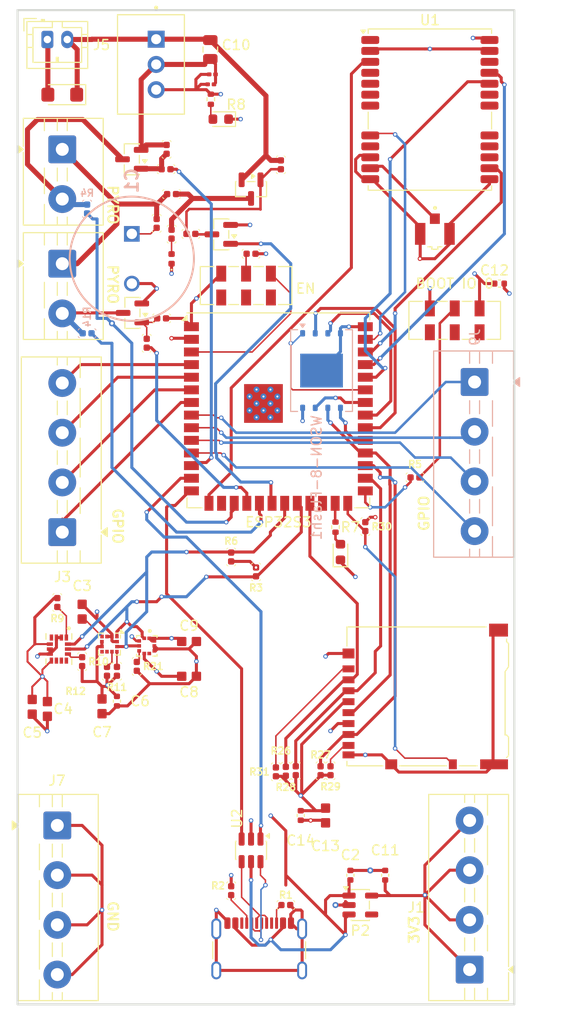
<source format=kicad_pcb>
(kicad_pcb (version 20241229) (generator "pcbnew") (generator_version "9.0")
  (layers (0 "F.Cu" signal) (4 "In1.Cu" power "GND.Cu") (6 "In2.Cu" power "3V3.Cu") (2 "B.Cu" signal) (13 "F.Paste" user) (15 "B.Paste" user) (5 "F.SilkS" user "F.Silkscreen") (7 "B.SilkS" user "B.Silkscreen") (1 "F.Mask" user) (3 "B.Mask" user) (25 "Edge.Cuts" user))
  (net 0 "")
  (net 1 "+5V")
  (net 2 "Net-(Barometer1-SDI)")
  (net 4 "Net-(Boot1A-B)")
  (net 5 "+7.4V")
  (net 6 "Net-(ESP32S3-IO4)")
  (net 7 "GND")
  (net 8 "+3V3")
  (net 9 "Net-(Boot2A-B)")
  (net 10 "Net-(Boot2A-C)")
  (net 11 "Net-(ESP32S3-IO5)")
  (net 12 "Net-(ESP32S3-IO0)")
  (net 13 "Net-(ESP32S3-IO6)")
  (net 14 "Net-(Barometer1-SCK)")
  (net 22 "Net-(PowerUpload1-CC2)")
  (net 24 "Net-(PowerUpload1-CC1)")
  (net 25 "Net-(C1-+)")
  (net 26 "Net-(D2-A)")
  (net 27 "Net-(ESP32S3-IO19)")
  (net 28 "Net-(ESP32S3-IO3)")
  (net 29 "Net-(ESP32S3-IO35)")
  (net 30 "Net-(ESP32S3-IO7)")
  (net 31 "/~{RESET}")
  (net 32 "/CS_FLASH")
  (net 33 "Net-(IMU6axis1-CS)")
  (net 34 "Net-(IMU6axis1-SDO{slash}SA0)")
  (net 35 "Net-(Magnometer1-SDO{slash}SA1)")
  (net 36 "Net-(Magnometer1-C1)")
  (net 37 "Net-(Magnometer1-~{CS})")
  (net 38 "Net-(ESP32S3-IO16)")
  (net 39 "Net-(J2-Pin_2)")
  (net 40 "Net-(ESP32S3-IO38)")
  (net 41 "Net-(ESP32S3-IO41)")
  (net 42 "Net-(Q1-G)")
  (net 43 "Net-(ESP32S3-IO36)")
  (net 45 "Net-(ESP32S3-IO39)")
  (net 46 "Net-(ESP32S3-IO37)")
  (net 47 "Net-(ESP32S3-IO21)")
  (net 48 "Net-(ESP32S3-IO15)")
  (net 49 "Net-(ESP32S3-IO20)")
  (net 50 "/PYRO_FIRE")
  (net 51 "Net-(ESP32S3-IO17)")
  (net 53 "/CHARGE_PYRO")
  (net 54 "/DET_A")
  (net 55 "/PYRO2_FIRE")
  (net 56 "Net-(ESP32S3-IO40)")
  (net 57 "Net-(ESP32S3-IO2)")
  (net 58 "Net-(ESP32S3-TXD0)")
  (net 59 "Net-(ESP32S3-IO48)")
  (net 60 "Net-(ESP32S3-RXD0)")
  (net 61 "Net-(ESP32S3-IO18)")
  (net 62 "Net-(GREEN_LED1-A)")
  (net 63 "Net-(J10-Pin_1)")
  (net 64 "Net-(U1-RF_IN)")
  (net 65 "Net-(J10-Pin_2)")
  (net 66 "Net-(NCD0603R1-A)")
  (net 68 "Net-(PowerUpload1-D+-PadA6)")
  (net 69 "Net-(PowerUpload1-D--PadA7)")
  (net 70 "Net-(Q2-G)")
  (net 71 "Net-(Q3-D)")
  (net 72 "Net-(Q4-G)")
  (net 73 "Net-(SDCard1-DAT1)")
  (net 74 "Net-(SDCard1-DAT2)")
  (net 77 "Net-(Q4-D)")
  (net 83 "Net-(Barometer1-SDO)")
  (footprint "TerminalBlock:TerminalBlock_MaiXu_MX126-5.0-04P_1x04_P5.00mm" (layer "F.Cu") (at 104.5 132 -90)
    (property "Reference" "J7")
    (property "Value" "MX128-5.0-04P-GN01-Cu-Y-A")
  )
  (footprint "Resistor:R0402" (layer "F.Cu") (at 117.9445 72.5 -90)
    (property "Reference" "R25" (hide yes))
    (property "Value" "2200")
  )
  (footprint "Resistor:R0402" (layer "F.Cu") (at 126.5 126.611)
    (property "Reference" "R31")
    (property "Value" "10k")
  )
  (footprint "LED_SMD:LED_0603_1608Metric" (layer "F.Cu") (at 133 104.5 90)
    (property "Reference" "GREEN_LED1" (hide yes))
    (property "Value" "NCD0603G1")
  )
  (footprint "Package_TO_SOT_SMD:SOT-23" (layer "F.Cu") (at 112.0625 80.45 180)
    (property "Reference" "Q2" (hide yes))
    (property "Value" "AO3400A")
  )
  (footprint "Capacitor:CAPC1608X90N" (layer "F.Cu") (at 131.5 131 90)
    (property "Reference" "C13")
    (property "Value" "100nF")
  )
  (footprint "Capacitor_SMD:C_0402_1005Metric" (layer "F.Cu") (at 110.5 119.5 -90)
    (property "Reference" "C6")
    (property "Value" "1uF")
  )
  (footprint "Resistor:R0402" (layer "F.Cu") (at 115 81 -90)
    (property "Reference" "R16" (hide yes))
    (property "Value" "10k")
  )
  (footprint "Resistor:R0402" (layer "F.Cu") (at 127.5 140.007577 -90)
    (property "Reference" "R1")
    (property "Value" "5.1k")
  )
  (footprint "Package_TO_SOT_SMD:SOT-23-5" (layer "F.Cu") (at 135 140.007577)
    (property "Reference" "P2")
    (property "Value" "LP5907MFX-3.3")
  )
  (footprint "RF_GPS:ublox_NEO" (layer "F.Cu") (at 142 60)
    (property "Reference" "U1")
    (property "Value" "NEO-M8N")
  )
  (footprint "Resistor:R0402" (layer "F.Cu") (at 109.5 116.5)
    (property "Reference" "R12")
    (property "Value" "10k")
  )
  (footprint "Button_Switch_SMD:SW_DPDT_CK_JS202011JCQN" (layer "F.Cu") (at 123.5 77.7)
    (property "Reference" "Boot2" (hide yes))
    (property "Value" "SW_DPDT_x2")
  )
  (footprint "Resistor:R0402" (layer "F.Cu") (at 110.5 116.5)
    (property "Reference" "R11")
    (property "Value" "10k")
  )
  (footprint "RF_Module:ESP32-S3-WROOM-1U" (layer "F.Cu") (at 126.75 90.25)
    (property "Reference" "ESP32S3")
    (property "Value" "ESP32-S3-WROOM-1U-N4")
  )
  (footprint "Capacitor:CAPC1608X90N" (layer "F.Cu") (at 117.76 117)
    (property "Reference" "C8")
    (property "Value" "100nF")
  )
  (footprint "Package_TO_SOT_SMD:SOT-23-6" (layer "F.Cu") (at 124 134.507577 -90)
    (property "Reference" "U2")
    (property "Value" "USBLC6-2SC6")
  )
  (footprint "Package_TO_SOT_SMD:SOT-23" (layer "F.Cu") (at 124 68 -90)
    (property "Reference" "Q4" (hide yes))
    (property "Value" "FDN340P")
  )
  (footprint "Resistor:R0402" (layer "F.Cu") (at 107 115.525)
    (property "Reference" "R10")
    (property "Value" "10k")
  )
  (footprint "TerminalBlock:TerminalBlock_MaiXu_MX126-5.0-02P_1x02_P5.00mm" (layer "F.Cu") (at 105 64 -90)
    (property "Reference" "J10" (hide yes))
    (property "Value" "Screw_Terminal")
  )
  (footprint "Button_Switch_SMD:SW_DPDT_CK_JS202011JCQN" (layer "F.Cu") (at 144.5 81.2)
    (property "Reference" "Boot1" (hide yes))
    (property "Value" "SW_DPDT_x2")
  )
  (footprint "BMP388:PQFN50P200X200X80-10N" (layer "F.Cu") (at 113.505 113.9425 -90)
    (property "Reference" "Barometer1" (hide yes))
    (property "Value" "BMP388")
  )
  (footprint "TerminalBlock:TerminalBlock_MaiXu_MX126-5.0-04P_1x04_P5.00mm" (layer "F.Cu") (at 146 146.5 90)
    (property "Reference" "J1")
    (property "Value" "MX128-5.0-04P-GN01-Cu-Y-A")
  )
  (footprint "Resistor:R0402" (layer "F.Cu") (at 112.5 116 180)
    (property "Reference" "R21")
    (property "Value" "10k")
  )
  (footprint "Resistor_SMD:R_0402_1005Metric" (layer "F.Cu") (at 132.5 102 -90)
    (property "Reference" "R7")
    (property "Value" "5.4k")
  )
  (footprint "Resistor:R0402" (layer "F.Cu") (at 115.5 64)
    (property "Reference" "R15" (hide yes))
    (property "Value" "10k")
  )
  (footprint "Package_TO_SOT_SMD:SOT-23" (layer "F.Cu") (at 112 65 180)
    (property "Reference" "Q1" (hide yes))
    (property "Value" "AO3400A")
  )
  (footprint "LED_SMD:LED_0402_1005Metric" (layer "F.Cu") (at 116 75.015 90)
    (property "Reference" "D2" (hide yes))
    (property "Value" "RED LED")
  )
  (footprint "Resistor:R0402" (layer "F.Cu") (at 114.5 71.4445 180)
    (property "Reference" "R22" (hide yes))
    (property "Value" "147")
  )
  (footprint "Resistor_SMD:R_0402_1005Metric" (layer "F.Cu") (at 119.95 58.96 -90)
    (property "Reference" "R8")
    (property "Value" "5.4k")
  )
  (footprint "Resistor:R0402" (layer "F.Cu") (at 122 138.563077)
    (property "Reference" "R2")
    (property "Value" "5.1k")
  )
  (footprint "Resistor:R0402" (layer "F.Cu") (at 140.5 97 -90)
    (property "Reference" "R5")
    (property "Value" "10k")
  )
  (footprint "Capacitor:CAPC1608X90N" (layer "F.Cu") (at 109 120.02 -90)
    (property "Reference" "C7")
    (property "Value" "100nF")
  )
  (footprint "Resistor:R0402" (layer "F.Cu") (at 116 72.53 180)
    (property "Reference" "R20" (hide yes))
    (property "Value" "10k")
  )
  (footprint "Resistor:R0402" (layer "F.Cu") (at 128.5 126.5 180)
    (property "Reference" "R26")
    (property "Value" "10k")
  )
  (footprint "footprints:CONV_TPSM84205EAB" (layer "F.Cu") (at 114.45 55.46 -90)
    (property "Reference" "PS1" (hide yes))
    (property "Value" "TPSM84205EAB" (hide yes))
  )
  (footprint "Resistor:R0402" (layer "F.Cu") (at 104.5 109.5805 180)
    (property "Reference" "R9")
    (property "Value" "10k")
  )
  (footprint "Capacitor_SMD:C_0402_1005Metric" (layer "F.Cu") (at 149 77.5 180)
    (property "Reference" "C12")
    (property "Value" "100nf")
  )
  (footprint "Resistor:R0402" (layer "F.Cu") (at 135.5 101.9445 180)
    (property "Reference" "R30")
    (property "Value" "10k")
  )
  (footprint "Capacitor:CAPC1608X90N" (layer "F.Cu") (at 117.76 113.5)
    (property "Reference" "C9")
    (property "Value" "100nF")
  )
  (footprint "Resistor:R0402" (layer "F.Cu") (at 131 126.5)
    (property "Reference" "R27")
    (property "Value" "10k")
  )
  (footprint "Capacitor:CAPC1608X90N" (layer "F.Cu") (at 103.5 120.285 90)
    (property "Reference" "C4")
    (property "Value" "100nF")
  )
  (footprint "Diode_SMD:D_SMF" (layer "F.Cu") (at 105 58.5 180)
    (property "Reference" "D1" (hide yes))
    (property "Value" "SMF9V0A")
  )
  (footprint "TerminalBlock:TerminalBlock_MaiXu_MX126-5.0-04P_1x04_P5.00mm" (layer "F.Cu") (at 105 102.5 90)
    (property "Reference" "J3")
    (property "Value" "MX128-5.0-04P-GN01-Cu-Y-A")
  )
  (footprint "Capacitor_SMD:C_0805_2012Metric" (layer "F.Cu") (at 119.9 53.96 90)
    (property "Reference" "C10")
    (property "Value" "10uf 1mOhm")
  )
  (footprint "Resistor:R0402" (layer "F.Cu") (at 113.5 83.5 180)
    (property "Reference" "R19" (hide yes))
    (property "Value" "330")
  )
  (footprint "Resistor:R0402" (layer "F.Cu") (at 124 74.5 90)
    (property "Reference" "R17" (hide yes))
    (property "Value" "10K")
  )
  (footprint "Resistor:R0402" (layer "F.Cu") (at 127.5 126.5555)
    (property "Reference" "R28")
    (property "Value" "10k")
  )
  (footprint "Connector_JST:JST_PH_B2B-PH-K_1x02_P2.00mm_Vertical" (layer "F.Cu") (at 103.5 52.95)
    (property "Reference" "J5")
    (property "Value" "LIPO PIN")
  )
  (footprint "footprints:IPEX_20279-001E-03" (layer "F.Cu") (at 142.5 72.5 180)
    (property "Reference" "J7CHECK1" (hide yes))
    (property "Value" "20279-001E-03")
  )
  (footprint "Resistor:R0402" (layer "F.Cu") (at 132 126.5)
    (property "Reference" "R29")
    (property "Value" "10k")
  )
  (footprint "TerminalBlock:TerminalBlock_MaiXu_MX126-5.0-02P_1x02_P5.00mm" (layer "F.Cu") (at 105 75.5 -90)
    (property "Reference" "J2" (hide yes))
    (property "Value" "Screw_Terminal")
  )
  (footprint "Capacitor_SMD:C_0402_1005Metric" (layer "F.Cu") (at 137.5 137.007577 -90)
    (property "Reference" "C11")
    (property "Value" "1uf")
  )
  (footprint "Package_LGA:LGA-12_2x2mm_P0.5mm" (layer "F.Cu") (at 109.75 113.7625 -90)
    (property "Reference" "Magnometer1" (hide yes))
    (property "Value" "LIS3MDLTR")
  )
  (footprint "Capacitor_SMD:C_0402_1005Metric" (layer "F.Cu") (at 134 137.007577 -90)
    (property "Reference" "C2")
    (property "Value" "1uf")
  )
  (footprint "Resistor:R0402" (layer "F.Cu") (at 122 105)
    (property "Reference" "R6")
    (property "Value" "2.2k")
  )
  (footprint "Connector_Card:microSD_HC_Hirose_DM3AT-SF-PEJM5" (layer "F.Cu") (at 141.535 119.03 90)
    (property "Reference" "SDCard1" (hide yes))
    (property "Value" "Micro_SD_Card")
  )
  (footprint "Capacitor:CAPC1608X90N" (layer "F.Cu") (at 107 110.5 90)
    (property "Reference" "C3")
    (property "Value" "100nF" (hide yes))
  )
  (footprint "Capacitor_SMD:C_0201_0603Metric" (layer "F.Cu") (at 119.95 57.46 180)
    (property "Reference" "C12_47uF2" (hide yes))
    (property "Value" "06034W476MAT2A")
  )
  (footprint "LSM6DSOX:PQFN50P250X300X86-14N" (layer "F.Cu") (at 104.66 114.2625 -90)
    (property "Reference" "IMU6axis1" (hide yes))
    (property "Value" "LSM6DSOXTR")
  )
  (footprint "Resistor:R0402" (layer "F.Cu") (at 127 65.5555 180)
    (property "Reference" "R24" (hide yes))
    (property "Value" "10k")
  )
  (footprint "Capacitor_SMD:C_0402_1005Metric" (layer "F.Cu") (at 129 131 90)
    (property "Reference" "C14")
    (property "Value" "10uF")
  )
  (footprint "Resistor:R0402" (layer "F.Cu") (at 115.4445 66 -90)
    (property "Reference" "R18" (hide yes))
    (property "Value" "330")
  )
  (footprint "Resistor:R0402" (layer "F.Cu") (at 124.5 106.5 180)
    (property "Reference" "R3")
    (property "Value" "2.2k")
  )
  (footprint "LED_SMD:LED_0603_1608Metric" (layer "F.Cu") (at 120.95 60.96 180)
    (property "Reference" "NCD0603R1" (hide yes))
    (property "Value" "RED_LED")
  )
  (footprint "Capacitor:CAPC1608X90N" (layer "F.Cu") (at 101.975 120.07 90)
    (property "Reference" "C5")
    (property "Value" "100nF")
  )
  (footprint "Connector_USB:USB_C_Receptacle_GCT_USB4105-xx-A_16P_TopMnt_Horizontal" (layer "F.Cu") (at 124.82 145.507577)
    (property "Reference" "PowerUpload1" (hide yes))
    (property "Value" "USB_C")
  )
  (footprint "Resistor:R0402" (layer "F.Cu") (at 116 68.5 90)
    (property "Reference" "R23" (hide yes))
    (property "Value" "1 ohm, 20W")
  )
  (footprint "Package_TO_SOT_SMD:SOT-23" (layer "F.Cu") (at 121 72.55 180)
    (property "Reference" "Q3" (hide yes))
    (property "Value" "AO3400A")
  )
  (footprint "Capacitor_SMD:C_0201_0603Metric" (layer "F.Cu") (at 120.105 56.46 180)
    (property "Reference" "C12_47uF1" (hide yes))
    (property "Value" "06034W476MAT2A")
  )
  (footprint "Package_SON:WSON-8-1EP_8x6mm_P1.27mm_EP3.4x4.3mm" (layer "B.Cu") (at 131.095 86.25 -90)
    (property "Reference" "WSON-8-Flash1")
    (property "Value" "U10" (hide yes))
  )
  (footprint "TerminalBlock:TerminalBlock_MaiXu_MX126-5.0-04P_1x04_P5.00mm" (layer "B.Cu") (at 146.5 87.4 -90)
    (property "Reference" "J9")
    (property "Value" "MX128-5.0-04P-GN01-Cu-Y-A" (hide yes))
  )
  (footprint "Resistor:R0402" (layer "B.Cu") (at 107.5 82.5 90)
    (property "Reference" "R14")
    (property "Value" "10k" (hide yes))
  )
  (footprint "Resistor:R0402" (layer "B.Cu") (at 107.5 70)
    (property "Reference" "R4")
    (property "Value" "10k" (hide yes))
  )
  (footprint "Capacitor:CAPPRD500W85D1250H3700" (layer "B.Cu") (at 112 72.5 -90)
    (property "Reference" "C1")
    (property "Value" "6800 UF" (hide yes))
  )
  (gr_rect (start 100.5 50) (end 150.5 150) (stroke (width 0.2)) (fill no) (layer "Edge.Cuts"))
  (gr_text "EN" (at 129.5 78 0) (layer "F.SilkS") (effects (font (size 1 1))))
  (gr_text "GPIO" (at 142 102.5 90) (layer "F.SilkS") (effects (font (size 1 1) (thickness 0.2) (bold yes)) (justify left bottom)))
  (gr_text "3V3" (at 141 144 90) (layer "F.SilkS") (effects (font (size 1 1) (thickness 0.2) (bold yes)) (justify left bottom)))
  (gr_text "PYRO" (at 109.5 67.5 270) (layer "F.SilkS") (effects (font (size 1 1) (thickness 0.2) (bold yes)) (justify left bottom)))
  (gr_text "GPIO" (at 110 100 270) (layer "F.SilkS") (effects (font (size 1 1) (thickness 0.2) (bold yes)) (justify left bottom)))
  (gr_text "PYRO" (at 109.5 75.5 270) (layer "F.SilkS") (effects (font (size 1 1) (thickness 0.2) (bold yes)) (justify left bottom)))
  (gr_text "GND" (at 109.5 139.5 270) (layer "F.SilkS") (effects (font (size 1 1) (thickness 0.2) (bold yes)) (justify left bottom)))
  (gr_text "BOOT IO 0" (at 144.5 77.5 0) (layer "F.SilkS") (effects (font (size 1 1))))
  (via (at 125 101.5) (size 0.4572) (drill 0.254) (layers "F.Cu" "B.Cu") (net 0))
  (via (at 121.5 101.5) (size 0.4572) (drill 0.254) (layers "F.Cu" "B.Cu") (net 0))
  (segment (start 125.98 131.02) (end 127.5 132.54) (width 0.3048) (layer "F.Cu") (net 1))
  (segment (start 114.45 58) (end 118.45 58) (width 0.3048) (layer "F.Cu") (net 1))
  (segment (start 127.5 132.54) (end 127.5 138) (width 0.3048) (layer "F.Cu") (net 1))
  (segment (start 118.45 58) (end 118.45 57.96) (width 0.3048) (layer "F.Cu") (net 1))
  (segment (start 131.5 139.5) (end 131.5 141.007577) (width 0.3048) (layer "F.Cu") (net 1))
  (segment (start 122.42 142.356807) (end 124.10517 144.041977) (width 0.3048) (layer "F.Cu") (net 1))
  (segment (start 119.5 58) (end 119.95 58.45) (width 0.3048) (layer "F.Cu") (net 1))
  (segment (start 119.95 58.45) (end 120.95 58.45) (width 0.3048) (layer "F.Cu") (net 1))
  (segment (start 133.5 141.320077) (end 133.8625 140.957577) (width 0.3048) (layer "F.Cu") (net 1))
  (segment (start 118.45 57.96) (end 118.95 57.46) (width 0.3048) (layer "F.Cu") (net 1))
  (segment (start 125.43529 144.041977) (end 125.984845 143.492422) (width 0.3048) (layer "F.Cu") (net 1))
  (segment (start 127.22 142.257267) (end 127.22 141.827577) (width 0.3048) (layer "F.Cu") (net 1))
  (segment (start 122.42 141.827577) (end 122.42 142.356807) (width 0.3048) (layer "F.Cu") (net 1))
  (segment (start 118.45 56.96) (end 118.95 56.46) (width 0.3048) (layer "F.Cu") (net 1))
  (segment (start 118.45 58) (end 119.5 58) (width 0.3048) (layer "F.Cu") (net 1))
  (segment (start 133.8625 139.057577) (end 131.942423 139.057577) (width 0.3048) (layer "F.Cu") (net 1))
  (segment (start 133.8625 139.057577) (end 133.8625 137.625077) (width 0.3048) (layer "F.Cu") (net 1))
  (segment (start 133.8625 137.625077) (end 134 137.487577) (width 0.3048) (layer "F.Cu") (net 1))
  (segment (start 124.10517 144.041977) (end 125.43529 144.041977) (width 0.3048) (layer "F.Cu") (net 1))
  (segment (start 118.95 57.46) (end 119.63 57.46) (width 0.3048) (layer "F.Cu") (net 1))
  (segment (start 131.942423 139.057577) (end 131.5 139.5) (width 0.3048) (layer "F.Cu") (net 1))
  (segment (start 131.5 141.007577) (end 133.5 143.007577) (width 0.3048) (layer "F.Cu") (net 1))
  (segment (start 124 137.507577) (end 124 135.645077) (width 0.3048) (layer "F.Cu") (net 1))
  (segment (start 118.95 56.46) (end 119.785 56.46) (width 0.3048) (layer "F.Cu") (net 1))
  (segment (start 125.984845 143.492422) (end 127.22 142.257267) (width 0.3048) (layer "F.Cu") (net 1))
  (segment (start 118.45 57.96) (end 118.45 56.96) (width 0.3048) (layer "F.Cu") (net 1))
  (segment (start 133.5 143.007577) (end 133.5 141.320077) (width 0.3048) (layer "F.Cu") (net 1))
  (segment (start 127.5 137.007577) (end 131.5 141.007577) (width 0.3048) (layer "F.Cu") (net 1))
  (via (at 133.5 143.007577) (size 0.4572) (drill 0.254) (layers "F.Cu" "B.Cu") (net 1))
  (via (at 125.984845 143.492422) (size 0.4572) (drill 0.254) (layers "F.Cu" "B.Cu") (net 1))
  (via (at 124 137.507577) (size 0.4572) (drill 0.254) (layers "F.Cu" "B.Cu") (net 1))
  (via (at 125.98 131.02) (size 0.4572) (drill 0.254) (layers "F.Cu" "B.Cu") (net 1))
  (via (at 120.95 58.45) (size 0.4572) (drill 0.254) (layers "F.Cu" "B.Cu") (net 1))
  (segment (start 124.778644 144.041977) (end 124 143.263333) (width 0.3048) (layer "B.Cu") (net 1))
  (segment (start 125.984845 143.492422) (end 127 144.507577) (width 0.3048) (layer "B.Cu") (net 1))
  (segment (start 127 144.507577) (end 132 144.507577) (width 0.3048) (layer "B.Cu") (net 1))
  (segment (start 125.984845 143.492422) (end 125.43529 144.041977) (width 0.3048) (layer "B.Cu") (net 1))
  (segment (start 125.43529 144.041977) (end 124.778644 144.041977) (width 0.3048) (layer "B.Cu") (net 1))
  (segment (start 132 144.507577) (end 133.5 143.007577) (width 0.3048) (layer "B.Cu") (net 1))
  (segment (start 124 143.263333) (end 124 137.507577) (width 0.3048) (layer "B.Cu") (net 1))
  (segment (start 124.261999 104.5) (end 125.9445 102.817499) (width 0.3048) (layer "F.Cu") (net 2))
  (segment (start 106.2375 113.7625) (end 107 113) (width 0.3048) (layer "F.Cu") (net 2))
  (segment (start 125.9445 102.817499) (end 125.9445 102.5) (width 0.3048) (layer "F.Cu") (net 2))
  (segment (start 111.5 113.9425) (end 111.43 114.0125) (width 0.3048) (layer "F.Cu") (net 2))
  (segment (start 117.5 104.5) (end 124.261999 104.5) (width 0.3048) (layer "F.Cu") (net 2))
  (segment (start 125.9445 102.5) (end 127.385 101.0595) (width 0.3048) (layer "F.Cu") (net 2))
  (segment (start 112.74 113.9425) (end 111.5 113.9425) (width 0.3048) (layer "F.Cu") (net 2))
  (segment (start 111.43 114.0125) (end 110.5125 114.0125) (width 0.3048) (layer "F.Cu") (net 2))
  (segment (start 127.385 101.0595) (end 127.385 99.6) (width 0.3048) (layer "F.Cu") (net 2))
  (segment (start 105.57 113.7625) (end 106.2375 113.7625) (width 0.3048) (layer "F.Cu") (net 2))
  (via (at 117.5 104.5) (size 0.4572) (drill 0.254) (layers "F.Cu" "B.Cu") (net 2))
  (via (at 107 113) (size 0.4572) (drill 0.254) (layers "F.Cu" "B.Cu") (net 2))
  (via (at 111.43 114.0125) (size 0.4572) (drill 0.254) (layers "F.Cu" "B.Cu") (net 2))
  (segment (start 114 104.5) (end 117.5 104.5) (width 0.3048) (layer "B.Cu") (net 2))
  (segment (start 107 113) (end 113.5 106.5) (width 0.3048) (layer "B.Cu") (net 2))
  (segment (start 113.5 110.5) (end 113.5 106.5) (width 0.3048) (layer "B.Cu") (net 2))
  (segment (start 111.43 112.57) (end 113.5 110.5) (width 0.3048) (layer "B.Cu") (net 2))
  (segment (start 111.43 114.0125) (end 111.43 112.57) (width 0.3048) (layer "B.Cu") (net 2))
  (segment (start 113.5 105) (end 114 104.5) (width 0.3048) (layer "B.Cu") (net 2))
  (segment (start 113.5 106.5) (end 113.5 105) (width 0.3048) (layer "B.Cu") (net 2))
  (segment (start 140.9445 97) (end 143 94.9445) (width 0.254) (layer "F.Cu") (net 4))
  (segment (start 143 94.9445) (end 143 81.5) (width 0.254) (layer "F.Cu") (net 4))
  (segment (start 143 81.5) (end 144.5 80) (width 0.254) (layer "F.Cu") (net 4))
  (segment (start 106.5 58.45) (end 106.45 58.5) (width 0.508) (layer "F.Cu") (net 5))
  (segment (start 125.5 64.6125) (end 123.05 67.0625) (width 0.508) (layer "F.Cu") (net 5))
  (segment (start 125.5 58.61) (end 125.5 64.6125) (width 0.508) (layer "F.Cu") (net 5))
  (segment (start 125.9985 65.111) (end 125.5 64.6125) (width 0.508) (layer "F.Cu") (net 5))
  (segment (start 105.5 52.95) (end 107.95 52.95) (width 0.508) (layer "F.Cu") (net 5))
  (segment (start 119.9 53.01) (end 125.5 58.61) (width 0.508) (layer "F.Cu") (net 5))
  (segment (start 114.45 52.92) (end 107.98 52.92) (width 0.508) (layer "F.Cu") (net 5))
  (segment (start 127 65.111) (end 125.9985 65.111) (width 0.508) (layer "F.Cu") (net 5))
  (segment (start 114.45 52.92) (end 119.81 52.92) (width 0.508) (layer "F.Cu") (net 5))
  (segment (start 107.95 52.95) (end 107.99 52.95) (width 0.508) (layer "F.Cu") (net 5))
  (segment (start 119.81 52.92) (end 119.9 53.01) (width 0.508) (layer "F.Cu") (net 5))
  (segment (start 105.5 52.95) (end 106.5 53.95) (width 0.508) (layer "F.Cu") (net 5))
  (segment (start 106.5 53.95) (end 106.5 58.45) (width 0.508) (layer "F.Cu") (net 5))
  (segment (start 107.98 52.92) (end 107.95 52.95) (width 0.508) (layer "F.Cu") (net 5))
  (segment (start 118 85.65) (end 106.85 85.65) (width 0.3048) (layer "F.Cu") (net 6))
  (segment (start 106.85 85.65) (end 105 87.5) (width 0.3048) (layer "F.Cu") (net 6))
  (segment (start 125 101.5) (end 125 100.81) (width 0.3048) (layer "F.Cu") (net 7))
  (segment (start 108.37 111.13) (end 107 109.76) (width 0.3048) (layer "F.Cu") (net 7))
  (segment (start 148.3566 112.9084) (end 148.91 112.355) (width 0.3048) (layer "F.Cu") (net 7))
  (segment (start 114.27 113.9425) (end 114.5729 114.2454) (width 0.3048) (layer "F.Cu") (net 7))
  (segment (start 115.4445 81) (end 117.16 81) (width 0.3048) (layer "F.Cu") (net 7))
  (segment (start 132.745 121.755) (end 132 122.5) (width 0.3048) (layer "F.Cu") (net 7))
  (segment (start 129.14 146.582577) (end 129.14 142.402577) (width 0.3048) (layer "F.Cu") (net 7))
  (segment (start 137.16 124.905) (end 138.11 125.855) (width 0.3048) (layer "F.Cu") (net 7))
  (segment (start 110 112.76) (end 110 113) (width 0.3048) (layer "F.Cu") (net 7))
  (segment (start 121.62 141.627577) (end 120.5 140.507577) (width 0.3048) (layer "F.Cu") (net 7))
  (segment (start 102.7375 114.7625) (end 102.5 115) (width 0.3048) (layer "F.Cu") (net 7))
  (segment (start 107.5 142) (end 109 140.5) (width 0.3048) (layer "F.Cu") (net 7))
  (segment (start 120.425 56.96) (end 120.425 55.435) (width 0.3048) (layer "F.Cu") (net 7))
  (segment (start 103.4875 122.5125) (end 103.5 122.525) (width 0.3048) (layer "F.Cu") (net 7))
  (segment (start 121 76.5) (end 118.5 79) (width 0.3048) (layer "F.Cu") (net 7))
  (segment (start 143.975 73.525) (end 142.5 75) (width 0.3048) (layer "F.Cu") (net 7))
  (segment (start 148.46 125.855) (end 147.6796 126.6354) (width 0.3048) (layer "F.Cu") (net 7))
  (segment (start 103.55 53) (end 103.5 52.95) (width 0.3048) (layer "F.Cu") (net 7))
  (segment (start 103.5 121.025) (end 103.5 122.525) (width 0.3048) (layer "F.Cu") (net 7))
  (segment (start 110 113.4233) (end 110.0892 113.5125) (width 0.3048) (layer "F.Cu") (net 7))
  (segment (start 109.668416 120.76) (end 109 120.76) (width 0.3048) (layer "F.Cu") (net 7))
  (segment (start 141.025 71.825) (end 141.025 72.5) (width 0.3048) (layer "F.Cu") (net 7))
  (segment (start 101.975 121) (end 103.4875 122.5125) (width 0.3048) (layer "F.Cu") (net 7))
  (segment (start 113.432 63.5555) (end 112.9375 64.05) (width 0.3048) (layer "F.Cu") (net 7))
  (segment (start 120.5 140.507577) (end 120.5 142.402577) (width 0.3048) (layer "F.Cu") (net 7))
  (segment (start 108.37 111.13) (end 110 112.76) (width 0.3048) (layer "F.Cu") (net 7))
  (segment (start 114.45 55.46) (end 112.9375 56.9725) (width 0.508) (layer "F.Cu") (net 7))
  (segment (start 109 140.5) (end 109 138) (width 0.3048) (layer "F.Cu") (net 7))
  (segment (start 104.5 137) (end 108 137) (width 0.3048) (layer "F.Cu") (net 7))
  (segment (start 108.5 111) (end 108.5 110.5) (width 0.3048) (layer "F.Cu") (net 7))
  (segment (start 104.41 114.1025) (end 104.41 113.1025) (width 0.3048) (layer "F.Cu") (net 7))
  (segment (start 133.84 81.84) (end 135.5 81.84) (width 0.3048) (layer "F.Cu") (net 7))
  (segment (start 122 138.118577) (end 122 137.007577) (width 0.3048) (layer "F.Cu") (net 7))
  (segment (start 121.62 141.827577) (end 121.62 141.627577) (width 0.3048) (layer "F.Cu") (net 7))
  (segment (start 122.305 99.1092) (end 122.305 99.6) (width 0.3048) (layer "F.Cu") (net 7))
  (segment (start 120.425 55.435) (end 119.9 54.91) (width 0.3048) (layer "F.Cu") (net 7))
  (segment (start 107.5 142) (end 104.5 142) (width 0.3048) (layer "F.Cu") (net 7))
  (segment (start 118 79.5) (end 118 81.84) (width 0.3048) (layer "F.Cu") (net 7))
  (segment (start 120.425 56.96) (end 120.425 56.46) (width 0.3048) (layer "F.Cu") (net 7))
  (segment (start 114.3758 114.4425) (end 114.5729 114.2454) (width 0.3048) (layer "F.Cu") (net 7))
  (segment (start 112 77.5) (end 114 77.5) (width 0.3048) (layer "F.Cu") (net 7))
  (segment (start 122.305 99.6) (end 122.305 100.195) (width 0.3048) (layer "F.Cu") (net 7))
  (segment (start 135.1 66.8) (end 134.5307 66.2307) (width 0.3048) (layer "F.Cu") (net 7))
  (segment (start 133 105.2875) (end 133 105.5) (width 0.3048) (layer "F.Cu") (net 7))
  (segment (start 104.5 147) (end 106 147) (width 0.3048) (layer "F.Cu") (net 7))
  (segment (start 149.48 77.5) (end 149.48 77.98) (width 0.3048) (layer "F.Cu") (net 7))
  (segment (start 147.6796 126.6354) (end 138.87346 126.6354) (width 0.3048) (layer "F.Cu") (net 7))
  (segment (start 111.5663 119.98) (end 110.5 119.98) (width 0.3048) (layer "F.Cu") (net 7))
  (segment (start 143.975 71.525) (end 148 67.5) (width 0.3048) (layer "F.Cu") (net 7))
  (segment (start 110.0892 113.5125) (end 110.5125 113.5125) (width 0.3048) (layer "F.Cu") (net 7))
  (segment (start 128.42 140.507577) (end 128 140.927577) (width 0.3048) (layer "F.Cu") (net 7))
  (segment (start 109.72 120.76) (end 110.5 119.98) (width 0.3048) (layer "F.Cu") (net 7))
  (segment (start 138.11 125.87194) (end 138.11 125.855) (width 0.3048) (layer "F.Cu") (net 7))
  (segment (start 112.4425 113.4425) (end 112 113) (width 0.254) (layer "F.Cu") (net 7))
  (segment (start 134.5307 66.2307) (end 134.5307 65) (width 0.3048) (layer "F.Cu") (net 7))
  (segment (start 116 75.5) (end 116 76.5) (width 0.3048) (layer "F.Cu") (net 7))
  (segment (start 120.425 57.305) (end 120.425 56.96) (width 0.3048) (layer "F.Cu") (net 7))
  (segment (start 103.55 58.5) (end 103.55 53) (width 0.508) (layer "F.Cu") (net 7))
  (segment (start 122.305 100.195) (end 122 100.5) (width 0.3048) (layer "F.Cu") (net 7))
  (segment (start 110 113) (end 110 113.4233) (width 0.3048) (layer "F.Cu") (net 7))
  (segment (start 119.35 55.46) (end 119.9 54.91) (width 0.3048) (layer "F.Cu") (net 7))
  (segment (start 149.48 77.98) (end 150 78.5) (width 0.3048) (layer "F.Cu") (net 7))
  (segment (start 124.845 100.655) (end 124.845 99.6) (width 0.3048) (layer "F.Cu") (net 7))
  (segment (start 129.14 142.402577) (end 128.595 142.402577) (width 0.3048) (layer "F.Cu") (net 7))
  (segment (start 108 137) (end 109 138) (width 0.3048) (layer "F.Cu") (net 7))
  (segment (start 118.5 115.5) (end 118.5 117) (width 0.3048) (layer "F.Cu") (net 7))
  (segment (start 117.7546 117.7454) (end 118.5 117) (width 0.3048) (layer "F.Cu") (net 7))
  (segment (start 136 66.8) (end 141.025 71.825) (width 0.3048) (layer "F.Cu") (net 7))
  (segment (start 103.75 114.7625) (end 104.41 114.1025) (width 0.3048) (layer "F.Cu") (net 7))
  (segment (start 148 67.5) (end 148 66.8) (width 0.3048) (layer "F.Cu") (net 7))
  (segment (start 122 100.5) (end 122 101) (width 0.3048) (layer "F.Cu") (net 7))
  (segment (start 120.5 142.402577) (end 120.5 146.582577) (width 0.3048) (layer "F.Cu") (net 7))
  (segment (start 133.81 121.755) (end 132.745 121.755) (width 0.3048) (layer "F.Cu") (net 7))
  (segment (start 148.3566 125.7516) (end 148.3566 112.9084) (width 0.3048) (layer "F.Cu") (net 7))
  (segment (start 127.9445 140.007577) (end 127.9445 140.032077) (width 0.3048) (layer "F.Cu") (net 7))
  (segment (start 117.16 81) (end 118 81.84) (width 0.3048) (layer "F.Cu") (net 7))
  (segment (start 129.14 146.582577) (end 120.5 146.582577) (width 0.3048) (layer "F.Cu") (net 7))
  (segment (start 122 101) (end 121.5 101.5) (width 0.3048) (layer "F.Cu") (net 7))
  (segment (start 107 132) (end 104.5 132) (width 0.3048) (layer "F.Cu") (net 7))
  (segment (start 112.5 116.4445) (end 113.8009 117.7454) (width 0.3048) (layer "F.Cu") (net 7))
  (segment (start 114.27 114.4425) (end 114.3758 114.4425) (width 0.3048) (layer "F.Cu") (net 7))
  (segment (start 118.5 114.9908) (end 118.5 115.5) (width 0.3048) (layer "F.Cu") (net 7))
  (segment (start 129 131.48) (end 131.24 131.48) (width 0.3048) (layer "F.Cu") (net 7))
  (segment (start 117.7546 114.2454) (end 118.5 114.9908) (width 0.3048) (layer "F.Cu") (net 7))
  (segment (start 101.975 120.81) (end 101.975 121) (width 0.3048) (layer "F.Cu") (net 7))
  (segment (start 134.9307 64.6) (end 136 64.6) (width 0.3048) (layer "F.Cu") (net 7))
  (segment (start 109 138) (end 109 134) (width 0.3048) (layer "F.Cu") (net 7))
  (segment (start 114.5729 114.2454) (end 117.7546 114.2454) (width 0.3048) (layer "F.Cu") (net 7))
  (segment (start 113.8009 117.7454) (end 111.5663 119.98) (width 0.3048) (layer "F.Cu") (net 7))
  (segment (start 129 140.507577) (end 129.14 140.647577) (width 0.3048) (layer "F.Cu") (net 7))
  (segment (start 112.74 113.4425) (end 112.4425 113.4425) (width 0.254) (layer "F.Cu") (net 7))
  (segment (start 133.8625 140.007577) (end 132.5 140.007577) (width 0.3048) (layer "F.Cu") (net 7))
  (segment (start 121.9375 71.6) (end 123.9 71.6) (width 0.3048) (layer "F.Cu") (net 7))
  (segment (start 112.9375 56.9725) (end 112.9375 64.05) (width 0.508) (layer "F.Cu") (net 7))
  (segment (start 127.9445 140.032077) (end 128.42 140.507577) (width 0.3048) (layer "F.Cu") (net 7))
  (segment (start 122.95 60.96) (end 121.7375 60.96) (width 0.3048) (layer "F.Cu") (net 7))
  (segment (start 128 140.927577) (end 128 141.807577) (width 0.3048) (layer "F.Cu") (net 7))
  (segment (start 148.46 125.855) (end 148.3566 125.7516) (width 0.3048) (layer "F.Cu") (net 7))
  (segment (start 106 147) (end 109 144) (width 0.3048) (layer "F.Cu") (net 7))
  (segment (start 142.5 75) (end 141 75) (width 0.3048) (layer "F.Cu") (net 7))
  (segment (start 128 141.807577) (end 128.02 141.827577) (width 0.3048) (layer "F.Cu") (net 7))
  (segment (start 103.75 114.7625) (end 103.75 114.2625) (width 0.3048) (layer "F.Cu") (net 7))
  (segment (start 138.87346 126.6354) (end 138.11 125.87194) (width 0.3048) (layer "F.Cu") (net 7))
  (segment (start 133.5025 139.647577) (end 133.8625 140.007577) (width 0.3048) (layer "F.Cu") (net 7))
  (segment (start 103.75 114.7625) (end 102.7375 114.7625) (width 0.3048) (layer "F.Cu") (net 7))
  (segment (start 133.81 124.905) (end 137.16 124.905) (width 0.3048) (layer "F.Cu") (net 7))
  (segment (start 113 79.5) (end 114.5 78) (width 0.3048) (layer "F.Cu") (net 7))
  (segment (start 143.975 72.5) (end 143.975 71.525) (width 0.3048) (layer "F.Cu") (net 7))
  (segment (start 109 134) (end 107 132) (width 0.3048) (layer "F.Cu") (net 7))
  (segment (start 114.45 55.46) (end 119.35 55.46) (width 0.508) (layer "F.Cu") (net 7))
  (segment (start 134 136.527577) (end 136 136.527577) (width 0.3048) (layer "F.Cu") (net 7))
  (segment (start 134.5307 65) (end 134.9307 64.6) (width 0.3048) (layer "F.Cu") (net 7))
  (segment (start 142 80) (end 142 78) (width 0.3048) (layer "F.Cu") (net 7))
  (segment (start 108.37 111.13) (end 108.5 111) (width 0.3048) (layer "F.Cu") (net 7))
  (segment (start 104.91 113.1025) (end 104.41 113.1025) (width 0.3048) (layer "F.Cu") (net 7))
  (segment (start 114 77.5) (end 114.5 78) (width 0.3048) (layer "F.Cu") (net 7))
  (segment (start 118.5 79) (end 118 79.5) (width 0.3048) (layer "F.Cu") (net 7))
  (segment (start 115.5 63.5555) (end 113.432 63.5555) (width 0.508) (layer "F.Cu") (net 7))
  (segment (start 141.025 74.975) (end 141 75) (width 0.3048) (layer "F.Cu") (net 7))
  (segment (start 117.7546 114.2454) (end 118.5 113.5) (width 0.3048) (layer "F.Cu") (net 7))
  (segment (start 136 66.8) (end 135.1 66.8) (width 0.3048) (layer "F.Cu") (net 7))
  (segment (start 109 120.76) (end 109.72 120.76) (width 0.3048) (layer "F.Cu") (net 7))
  (segment (start 133 105.5) (end 134.5 107) (width 0.3048) (layer "F.Cu") (net 7))
  (segment (start 124 133.370077) (end 124 131.507577) (width 0.3048) (layer "F.Cu") (net 7))
  (segment (start 141.025 72.5) (end 141.025 74.975) (width 0.3048) (layer "F.Cu") (net 7))
  (segment (start 133.81 114.705) (end 131.795 114.705) (width 0.3048) (layer "F.Cu") (net 7))
  (segment (start 109.5 113) (end 110 113) (width 0.3048) (layer "F.Cu") (net 7))
  (segment (start 131.795 114.705) (end 131.5 115) (width 0.3048) (layer "F.Cu") (net 7))
  (segment (start 136 136.527577) (end 137.5 136.527577) (width 0.3048) (layer "F.Cu") (net 7))
  (segment (start 148 52.8) (end 146.3344 52.8) (width 0.3048) (layer "F.Cu") (net 7))
  (segment (start 129.14 140.647577) (end 129.14 142.402577) (width 0.3048) (layer "F.Cu") (net 7))
  (segment (start 114.27 113.9425) (end 114.27 114.4425) (width 0.3048) (layer "F.Cu") (net 7))
  (segment (start 125 100.81) (end 124.845 100.655) (width 0.3048) (layer "F.Cu") (net 7))
  (segment (start 120.27 57.46) (end 120.425 57.305) (width 0.3048) (layer "F.Cu") (net 7))
  (segment (start 113.8009 117.7454) (end 117.7546 117.7454) (width 0.3048) (layer "F.Cu") (net 7))
  (segment (start 143.975 72.5) (end 143.975 73.525) (width 0.3048) (layer "F.Cu") (net 7))
  (segment (start 129 140.507577) (end 128.42 140.507577) (width 0.3048) (layer "F.Cu") (net 7))
  (segment (start 109 144) (end 109 140.5) (width 0.3048) (layer "F.Cu") (net 7))
  (segment (start 131.24 131.48) (end 131.5 131.74) (width 0.3048) (layer "F.Cu") (net 7))
  (segment (start 128.595 142.402577) (end 128.02 141.827577) (width 0.3048) (layer "F.Cu") (net 7))
  (via (at 135.5 124.905) (size 0.4572) (drill 0.254) (layers "F.Cu" "B.Cu") (net 7))
  (via (at 109 140.5) (size 0.4572) (drill 0.254) (layers "F.Cu" "B.Cu") (net 7))
  (via (at 132.5 140.007577) (size 0.61) (drill 0.3) (layers "F.Cu" "B.Cu") (net 7))
  (via (at 131.5 115) (size 0.4572) (drill 0.254) (layers "F.Cu" "B.Cu") (net 7))
  (via (at 123.9 71.6) (size 0.4572) (drill 0.254) (layers "F.Cu" "B.Cu") (net 7))
  (via (at 108.5 110.5) (size 0.4572) (drill 0.254) (layers "F.Cu" "B.Cu") (net 7))
  (via (at 120.5 140.507577) (size 0.4572) (drill 0.254) (layers "F.Cu" "B.Cu") (net 7))
  (via (at 134.5 107) (size 0.4572) (drill 0.254) (layers "F.Cu" "B.Cu") (net 7))
  (via (at 136 136.527577) (size 0.61) (drill 0.3) (layers "F.Cu" "B.Cu") (net 7))
  (via (at 118.5 115.5) (size 0.4572) (drill 0.254) (layers "F.Cu" "B.Cu") (net 7))
  (via (at 116 76.5) (size 0.4572) (drill 0.254) (layers "F.Cu" "B.Cu") (net 7))
  (via (at 103.4875 122.5125) (size 0.4572) (drill 0.254) (layers "F.Cu" "B.Cu") (net 7))
  (via (at 102.5 115) (size 0.4572) (drill 0.254) (layers "F.Cu" "B.Cu") (net 7))
  (via (at 124 131.507577) (size 0.4572) (drill 0.254) (layers "F.Cu" "B.Cu") (net 7))
  (via (at 114.5 78) (size 0.4572) (drill 0.254) (layers "F.Cu" "B.Cu") (net 7))
  (via (at 122 137.007577) (size 0.4572) (drill 0.254) (layers "F.Cu" "B.Cu") (net 7))
  (via (at 122.95 60.96) (size 0.4572) (drill 0.254) (layers "F.Cu" "B.Cu") (net 7))
  (via (at 132 122.5) (size 0.4572) (drill 0.254) (layers "F.Cu" "B.Cu") (net 7))
  (via (at 112 113) (size 0.4572) (drill 0.254) (layers "F.Cu" "B.Cu") (net 7))
  (via (at 118.5 79) (size 0.4572) (drill 0.254) (layers "F.Cu" "B.Cu") (net 7))
  (via (at 150 78.5) (size 0.4572) (drill 0.254) (layers "F.Cu" "B.Cu") (net 7))
  (via (at 142 78) (size 0.4572) (drill 0.254) (layers "F.Cu" "B.Cu") (net 7))
  (via blind (at 141 75) (size 0.4572) (drill 0.254) (layers "F.Cu" "In1.Cu") (net 7))
  (via (at 146.3344 52.8) (size 0.4572) (drill 0.254) (layers "F.Cu" "B.Cu") (net 7))
  (via (at 133.84 81.84) (size 0.4572) (drill 0.254) (layers "F.Cu" "B.Cu") (net 7))
  (via (at 110 81.5) (size 0.61) (drill 0.3) (layers "F.Cu" "B.Cu") (net 7))
  (via blind (at 130 131.5) (size 0.4572) (drill 0.254) (layers "F.Cu" "In1.Cu") (net 7))
  (segment (start 112 96) (end 112 83.5) (width 0.3048) (layer "B.Cu") (net 7))
  (segment (start 121.5 101.5) (end 117.5 101.5) (width 0.3048) (layer "B.Cu") (net 7))
  (segment (start 116.5 102.5) (end 110 96) (width 0.3048) (layer "B.Cu") (net 7))
  (segment (start 124 102.5) (end 116.5 102.5) (width 0.3048) (layer "B.Cu") (net 7))
  (segment (start 110 81.5) (end 109.5 81) (width 0.3048) (layer "B.Cu") (net 7))
  (segment (start 109.5 81) (end 108.5 81) (width 0.3048) (layer "B.Cu") (net 7))
  (segment (start 133 82) (end 133 82.5) (width 0.3048) (layer "B.Cu") (net 7))
  (segment (start 133.84 81.84) (end 133.16 81.84) (width 0.3048) (layer "B.Cu") (net 7))
  (segment (start 133 84.345) (end 131.095 86.25) (width 0.3048) (layer "B.Cu") (net 7))
  (segment (start 133.16 81.84) (end 133 82) (width 0.3048) (layer "B.Cu") (net 7))
  (segment (start 117.5 101.5) (end 112 96) (width 0.3048) (layer "B.Cu") (net 7))
  (segment (start 108.5 71) (end 108.0555 71) (width 0.3048) (layer "B.Cu") (net 7))
  (segment (start 108.0555 71) (end 107.5 70.4445) (width 0.3048) (layer "B.Cu") (net 7))
  (segment (start 108.9445 83.5) (end 107.9445 82.5) (width 0.3048) (layer "B.Cu") (net 7))
  (segment (start 110 96) (end 110 83.5) (width 0.3048) (layer "B.Cu") (net 7))
  (segment (start 108.5 81) (end 108.5 71) (width 0.3048) (layer "B.Cu") (net 7))
  (segment (start 125 101.5) (end 124 102.5) (width 0.3048) (layer "B.Cu") (net 7))
  (segment (start 133 82.5) (end 133 84.345) (width 0.3048) (layer "B.Cu") (net 7))
  (segment (start 112 83.5) (end 110 81.5) (width 0.3048) (layer "B.Cu") (net 7))
  (segment (start 110 83.5) (end 108.9445 83.5) (width 0.3048) (layer "B.Cu") (net 7))
  (segment (start 115 117) (end 117.02 117) (width 0.3048) (layer "F.Cu") (net 8))
  (segment (start 128.5 126.9445) (end 128.5 128.5) (width 0.3048) (layer "F.Cu") (net 8))
  (segment (start 146.5 76.5) (end 147 77) (width 0.3048) (layer "F.Cu") (net 8))
  (segment (start 103 117.025) (end 101.5 115.525) (width 0.2) (layer "F.Cu") (net 8))
  (segment (start 148 53.9) (end 142 53.9) (width 0.3048) (layer "F.Cu") (net 8))
  (segment (start 130.5 130.52) (end 131.24 130.52) (width 0.3048) (layer "F.Cu") (net 8))
  (segment (start 136 101) (end 135.5 101.5) (width 0.3048) (layer "F.Cu") (net 8))
  (segment (start 137.5 138.557577) (end 137.5 137.487577) (width 0.3048) (layer "F.Cu") (net 8))
  (segment (start 132 126.9445) (end 131.0555 126.9445) (width 0.3048) (layer "F.Cu") (net 8))
  (segment (start 133.81 119.555) (end 133.3992 119.555) (width 0.3048) (layer "F.Cu") (net 8))
  (segment (start 147 77) (end 147 77.5) (width 0.3048) (layer "F.Cu") (net 8))
  (segment (start 102.2375 111.081001) (end 102.2375 113.7625) (width 0.3048) (layer "F.Cu") (net 8))
  (segment (start 114.27 113.4425) (end 114.02 113.4425) (width 0.3048) (layer "F.Cu") (net 8))
  (segment (start 103.5 117.525) (end 103 117.025) (width 0.2) (layer "F.Cu") (net 8))
  (segment (start 144 141.5) (end 141.5 139) (width 0.3048) (layer "F.Cu") (net 8))
  (segment (start 113.755 113.1775) (end 115.5 113.1775) (width 0.3048) (layer "F.Cu") (net 8))
  (segment (start 107 115.9695) (end 107 117.525) (width 0.3048) (layer "F.Cu") (net 8))
  (segment (start 129.0979 123.8563) (end 129.0979 128.9021) (width 0.3048) (layer "F.Cu") (net 8))
  (segment (start 146 131.5) (end 141.5 136) (width 0.3048) (layer "F.Cu") (net 8))
  (segment (start 147.5 77.5) (end 148.52 77.5) (width 0.3048) (layer "F.Cu") (net 8))
  (segment (start 115.5 113.1775) (end 116 113.1775) (width 0.3048) (layer "F.Cu") (net 8))
  (segment (start 103.5 119.545) (end 103.5 117.525) (width 0.2) (layer "F.Cu") (net 8))
  (segment (start 108.475 117.525) (end 108.5 117.5) (width 0.3048) (layer "F.Cu") (net 8))
  (segment (start 107 117.525) (end 108.475 117.525) (width 0.3048) (layer "F.Cu") (net 8))
  (segment (start 101.5 114.5) (end 102.2375 113.7625) (width 0.2) (layer "F.Cu") (net 8))
  (segment (start 131.24 130.52) (end 131.5 130.26) (width 0.3048) (layer "F.Cu") (net 8))
  (segment (start 108.5892 114.0125) (end 108.5 114.1017) (width 0.3048) (layer "F.Cu") (net 8))
  (segment (start 109.5555 117.9645) (end 109.5 118.02) (width 0.3048) (layer "F.Cu") (net 8))
  (segment (start 116 113.1775) (end 116.6975 113.1775) (width 0.3048) (layer "F.Cu") (net 8))
  (segment (start 124.4445 74.5) (end 125.5 74.5) (width 0.3048) (layer "F.Cu") (net 8))
  (segment (start 108.5 114.1017) (end 108.5 117.5) (width 0.3048) (layer "F.Cu") (net 8))
  (segment (start 138 139.057577) (end 137.5 138.557577) (width 0.3048) (layer "F.Cu") (net 8))
  (segment (start 114.02 113.4425) (end 113.755 113.1775) (width 0.3048) (layer "F.Cu") (net 8))
  (segment (start 104.182501 109.136) (end 102.2375 111.081001) (width 0.3048) (layer "F.Cu") (net 8))
  (segment (start 103 117.025) (end 101.975 118.05) (width 0.2) (layer "F.Cu") (net 8))
  (segment (start 127.5 127.5) (end 129 129) (width 0.3048) (layer "F.Cu") (net 8))
  (segment (start 108.5 117.52) (end 109 118.02) (width 0.3048) (layer "F.Cu") (net 8))
  (segment (start 131 127) (end 129 129) (width 0.3048) (layer "F.Cu") (net 8))
  (segment (start 109 118.02) (end 109 119.28) (width 0.3048) (layer "F.Cu") (net 8))
  (segment (start 108.9875 114.0125) (end 108.5892 114.0125) (width 0.3048) (layer "F.Cu") (net 8))
  (segment (start 102.2375 113.7625) (end 103.75 113.7625) (width 0.2) (layer "F.Cu") (net 8))
  (segment (start 103 116.3325) (end 103.91 115.4225) (width 0.2) (layer "F.Cu") (net 8))
  (segment (start 142 53.9) (end 141.5 53.9) (width 0.3048) (layer "F.Cu") (net 8))
  (segment (start 108.5 117.5) (end 108.5 117.52) (width 0.3048) (layer "F.Cu") (net 8))
  (segment (start 113.255 115.255) (end 114.5 116.5) (width 0.3048) (layer "F.Cu") (net 8))
  (segment (start 117.89 83) (end 118 83.11) (width 0.3048) (layer "F.Cu") (net 8))
  (segment (start 113.255 114.7075) (end 113.255 115.255) (width 0.3048) (layer "F.Cu") (net 8))
  (segment (start 131.0555 126.9445) (end 129 129) (width 0.3048) (layer "F.Cu") (net 8))
  (segment (start 109.5555 117.889) (end 110.5 116.9445) (width 0.3048) (layer "F.Cu") (net 8))
  (segment (start 144 136.5) (end 141.5 139) (width 0.3048) (layer "F.Cu") (net 8))
  (segment (start 147 77.5) (end 147 80) (width 0.3048) (layer "F.Cu") (net 8))
  (segment (start 109.5 118.02) (end 110.5 119.02) (width 0.3048) (layer "F.Cu") (net 8))
  (segment (start 109.5555 117.9645) (end 109.5555 117.889) (width 0.3048) (layer "F.Cu") (net 8))
  (segment (start 116.6975 113.1775) (end 117.02 113.5) (width 0.3048) (layer "F.Cu") (net 8))
  (segment (start 101.975 118.05) (end 101.975 119.33) (width 0.2) (layer "F.Cu") (net 8))
  (segment (start 146 141.5) (end 144 141.5) (width 0.3048) (layer "F.Cu") (net 8))
  (segment (start 103 117.025) (end 103 116.3325) (width 0.2) (layer "F.Cu") (net 8))
  (segment (start 141.5 142) (end 146 146.5) (width 0.3048) (layer "F.Cu") (net 8))
  (segment (start 127.0555 127.0555) (end 129 129) (width 0.3048) (layer "F.Cu") (net 8))
  (segment (start 126.5 127.0555) (end 127.0555 127.0555) (width 0.3048) (layer "F.Cu") (net 8))
  (segment (start 141.5 53.9) (end 136 53.9) (width 0.3048) (layer "F.Cu") (net 8))
  (segment (start 141.5 139) (end 141.5 142) (width 0.3048) (layer "F.Cu") (net 8))
  (segment (start 114.5 116.5) (end 115 117) (width 0.3048) (layer "F.Cu") (net 8))
  (segment (start 138 139.057577) (end 141.442423 139.057577) (width 0.3048) (layer "F.Cu") (net 8))
  (segment (start 136.1375 139.057577) (end 138 139.057577) (width 0.3048) (layer "F.Cu") (net 8))
  (segment (start 109.5 118.02) (end 109.5 116.9445) (width 0.3048) (layer "F.Cu") (net 8))
  (segment (start 109 118.02) (end 109.5 118.02) (width 0.3048) (layer "F.Cu") (net 8))
  (segment (start 122 105.4445) (end 123.889 105.4445) (width 0.3048) (layer "F.Cu") (net 8))
  (segment (start 130.5 130.5) (end 129 129) (width 0.3048) (layer "F.Cu") (net 8))
  (segment (start 129 130.52) (end 130.5 130.52) (width 0.3048) (layer "F.Cu") (net 8))
  (segment (start 130.5 130.52) (end 130.5 130.5) (width 0.3048) (layer "F.Cu") (net 8))
  (segment (start 131 126.9445) (end 131 127) (width 0.3048) (layer "F.Cu") (net 8))
  (segment (start 108.9875 113.5125) (end 108.9875 114.0125) (width 0.3048) (layer "F.Cu") (net 8))
  (segment (start 136.5 101) (end 136 101) (width 0.3048) (layer "F.Cu") (net 8))
  (segment (start 116 83) (end 117.89 83) (width 0.3048) (layer "F.Cu") (net 8))
  (segment (start 133.3992 119.555) (end 129.0979 123.8563) (width 0.3048) (layer "F.Cu") (net 8))
  (segment (start 147 77) (end 147.5 77.5) (width 0.3048) (layer "F.Cu") (net 8))
  (segment (start 146 136.5) (end 144 136.5) (width 0.3048) (layer "F.Cu") (net 8))
  (segment (start 104.5 109.136) (end 104.182501 109.136) (width 0.3048) (layer "F.Cu") (net 8))
  (segment (start 101.5 115.525) (end 101.5 114.5) (width 0.2) (layer "F.Cu") (net 8))
  (segment (start 127.5 127) (end 127.5 127.5) (width 0.3048) (layer "F.Cu") (net 8))
  (segment (start 141.5 136) (end 141.5 139) (width 0.3048) (layer "F.Cu") (net 8))
  (segment (start 123.889 105.4445) (end 124.5 106.0555) (width 0.3048) (layer "F.Cu") (net 8))
  (via (at 109.5555 117.889) (size 0.4572) (drill 0.254) (layers "F.Cu" "B.Cu") (net 8))
  (via (at 116 113.1775) (size 0.4572) (drill 0.254) (layers "F.Cu" "B.Cu") (net 8))
  (via blind (at 124.5 106.0555) (size 0.4572) (drill 0.254) (layers "F.Cu" "In2.Cu") (net 8))
  (via (at 129 129) (size 0.4572) (drill 0.254) (layers "F.Cu" "B.Cu") (net 8))
  (via (at 114.5 116.5) (size 0.4572) (drill 0.254) (layers "F.Cu" "B.Cu") (net 8))
  (via (at 103 117.025) (size 0.4572) (drill 0.254) (layers "F.Cu" "B.Cu") (net 8))
  (via (at 146.5 76.5) (size 0.4572) (drill 0.254) (layers "F.Cu" "B.Cu") (net 8))
  (via blind (at 116 83) (size 0.4572) (drill 0.254) (layers "F.Cu" "In2.Cu") (net 8))
  (via (at 141.5 139) (size 0.4572) (drill 0.254) (layers "F.Cu" "B.Cu") (net 8))
  (via (at 129.19 91.31) (size 0.4572) (drill 0.254) (layers "F.Cu" "B.Cu") (net 8))
  (via blind (at 136.5 101) (size 0.4572) (drill 0.254) (layers "F.Cu" "In2.Cu") (net 8))
  (via (at 142 53.9) (size 0.4572) (drill 0.254) (layers "F.Cu" "B.Cu") (net 8))
  (via (at 125.5 74.5) (size 0.4572) (drill 0.254) (layers "F.Cu" "B.Cu") (net 8))
  (segment (start 129.19 91.31) (end 129.19 90) (width 0.3048) (layer "B.Cu") (net 8))
  (segment (start 123.5 74.5555) (end 123.5555 74.5) (width 0.1524) (layer "F.Cu") (net 9))
  (segment (start 123.5 76.5) (end 123.5 74.5555) (width 0.1524) (layer "F.Cu") (net 9))
  (segment (start 128 78.5) (end 128 80.5) (width 0.1524) (layer "F.Cu") (net 10))
  (segment (start 128 80.5) (end 124.12 84.38) (width 0.1524) (layer "F.Cu") (net 10))
  (segment (start 126 76.5) (end 128 78.5) (width 0.1524) (layer "F.Cu") (net 10))
  (segment (start 124.12 84.38) (end 118 84.38) (width 0.1524) (layer "F.Cu") (net 10))
  (segment (start 105 92.5) (end 110.58 86.92) (width 0.3048) (layer "F.Cu") (net 11))
  (segment (start 110.58 86.92) (end 118 86.92) (width 0.3048) (layer "F.Cu") (net 11))
  (segment (start 135.5 99.5) (end 135.5 98.35) (width 0.254) (layer "F.Cu") (net 12))
  (segment (start 140.0555 97.4445) (end 139.5 98) (width 0.254) (layer "F.Cu") (net 12))
  (segment (start 136 100) (end 135.5 99.5) (width 0.254) (layer "F.Cu") (net 12))
  (segment (start 140.0555 97) (end 140.0555 97.4445) (width 0.254) (layer "F.Cu") (net 12))
  (via (at 139.5 98) (size 0.4572) (drill 0.254) (layers "F.Cu" "B.Cu") (net 12))
  (via (at 136 100) (size 0.4572) (drill 0.254) (layers "F.Cu" "B.Cu") (net 12))
  (segment (start 137.5 100) (end 136 100) (width 0.254) (layer "B.Cu") (net 12))
  (segment (start 139.5 98) (end 137.5 100) (width 0.254) (layer "B.Cu") (net 12))
  (segment (start 118 88.19) (end 114.31 88.19) (width 0.3048) (layer "F.Cu") (net 13))
  (segment (start 114.31 88.19) (end 105 97.5) (width 0.3048) (layer "F.Cu") (net 13))
  (segment (start 129.0555 100.0005) (end 128.655 99.6) (width 0.3048) (layer "F.Cu") (net 14))
  (segment (start 113.2104 113.1775) (end 113.255 113.1775) (width 0.3048) (layer "F.Cu") (net 14))
  (segment (start 112.5 112) (end 113.037356 112.537356) (width 0.3048) (layer "F.Cu") (net 14))
  (segment (start 110.5 112.5) (end 110.5 113) (width 0.3048) (layer "F.Cu") (net 14))
  (segment (start 114.5 109.5) (end 115 109) (width 0.3048) (layer "F.Cu") (net 14))
  (segment (start 119.5 107) (end 124.5555 107) (width 0.3048) (layer "F.Cu") (net 14))
  (segment (start 107.2375 114.2625) (end 105.57 114.2625) (width 0.3048) (layer "F.Cu") (net 14))
  (segment (start 129.0555 102.5) (end 129.0555 100.0005) (width 0.3048) (layer "F.Cu") (net 14))
  (segment (start 107.2375 114.2625) (end 107.5 114) (width 0.3048) (layer "F.Cu") (net 14))
  (segment (start 124.5555 107) (end 129.0555 102.5) (width 0.3048) (layer "F.Cu") (net 14))
  (segment (start 113.037356 112.537356) (end 113.037356 112.9871) (width 0.3048) (layer "F.Cu") (net 14))
  (segment (start 113.2104 113.160144) (end 113.2104 113.1775) (width 0.3048) (layer "F.Cu") (net 14))
  (segment (start 113.037356 112.9871) (end 113.2104 113.160144) (width 0.3048) (layer "F.Cu") (net 14))
  (segment (start 112 112) (end 112.5 112) (width 0.3048) (layer "F.Cu") (net 14))
  (segment (start 112.5 109.5) (end 114.5 109.5) (width 0.3048) (layer "F.Cu") (net 14))
  (segment (start 111.5 111.5) (end 112 112) (width 0.3048) (layer "F.Cu") (net 14))
  (segment (start 111.5 111.5) (end 110.5 112.5) (width 0.3048) (layer "F.Cu") (net 14))
  (via (at 119.5 107) (size 0.4572) (drill 0.254) (layers "F.Cu" "B.Cu") (net 14))
  (via (at 112.5 109.5) (size 0.4572) (drill 0.254) (layers "F.Cu" "B.Cu") (net 14))
  (via (at 115 109) (size 0.4572) (drill 0.254) (layers "F.Cu" "B.Cu") (net 14))
  (via (at 107.5 114) (size 0.4572) (drill 0.254) (layers "F.Cu" "B.Cu") (net 14))
  (via (at 111.5 111.5) (size 0.4572) (drill 0.254) (layers "F.Cu" "B.Cu") (net 14))
  (segment (start 107.5 114) (end 111.5 110) (width 0.3048) (layer "B.Cu") (net 14))
  (segment (start 111.5 111.5) (end 111.5 110) (width 0.3048) (layer "B.Cu") (net 14))
  (segment (start 111.5 110) (end 112 109.5) (width 0.3048) (layer "B.Cu") (net 14))
  (segment (start 112 109.5) (end 112.5 109.5) (width 0.3048) (layer "B.Cu") (net 14))
  (segment (start 117.5 109) (end 119.5 107) (width 0.3048) (layer "B.Cu") (net 14))
  (segment (start 115 109) (end 117.5 109) (width 0.3048) (layer "B.Cu") (net 14))
  (segment (start 126.57 140.493077) (end 127.0555 140.007577) (width 0.1524) (layer "F.Cu") (net 22))
  (segment (start 126.57 141.827577) (end 126.57 140.493077) (width 0.1524) (layer "F.Cu") (net 22))
  (segment (start 123.57 141.827577) (end 123.57 141.077577) (width 0.1524) (layer "F.Cu") (net 24))
  (segment (start 122 139.507577) (end 122 139.007577) (width 0.1524) (layer "F.Cu") (net 24))
  (segment (start 123.57 141.077577) (end 122 139.507577) (width 0.1524) (layer "F.Cu") (net 24))
  (segment (start 112 72.5) (end 113.889 72.5) (width 0.1524) (layer "F.Cu") (net 25))
  (segment (start 113.889 72.5) (end 114.5 71.889) (width 0.1524) (layer "F.Cu") (net 25))
  (segment (start 116 72.9745) (end 116 74.53) (width 0.1524) (layer "F.Cu") (net 26))
  (segment (start 116.92 97.08) (end 118 97.08) (width 0.3048) (layer "F.Cu") (net 27))
  (segment (start 113.5 100.5) (end 116.92 97.08) (width 0.3048) (layer "F.Cu") (net 27))
  (segment (start 124.95 133.370077) (end 124.95 132.057577) (width 0.3048) (layer "F.Cu") (net 27))
  (segment (start 124.95 132.057577) (end 125 132.007577) (width 0.3048) (layer "F.Cu") (net 27))
  (via (at 113.5 100.5) (size 0.4572) (drill 0.254) (layers "F.Cu" "B.Cu") (net 27))
  (via (at 125 132.007577) (size 0.4572) (drill 0.254) (layers "F.Cu" "B.Cu") (net 27))
  (segment (start 117.5 103) (end 125 110.5) (width 0.3048) (layer "B.Cu") (net 27))
  (segment (start 113.5 100.5) (end 113.5 101.25) (width 0.3048) (layer "B.Cu") (net 27))
  (segment (start 113.5 101.25) (end 115.25 103) (width 0.3048) (layer "B.Cu") (net 27))
  (segment (start 125 110.5) (end 125 132.007577) (width 0.3048) (layer "B.Cu") (net 27))
  (segment (start 115.25 103) (end 117.5 103) (width 0.3048) (layer "B.Cu") (net 27))
  (segment (start 134.0979 56.41717) (end 134.0979 75.9021) (width 0.3048) (layer "F.Cu") (net 28))
  (segment (start 136 55) (end 135.51507 55) (width 0.3048) (layer "F.Cu") (net 28))
  (segment (start 135.51507 55) (end 134.0979 56.41717) (width 0.3048) (layer "F.Cu") (net 28))
  (segment (start 122 88) (end 122 96.5) (width 0.3048) (layer "F.Cu") (net 28))
  (segment (start 122 96.5) (end 119.765 98.735) (width 0.3048) (layer "F.Cu") (net 28))
  (segment (start 134.0979 75.9021) (end 122 88) (width 0.3048) (layer "F.Cu") (net 28))
  (segment (start 119.765 98.735) (end 119.765 99.6) (width 0.3048) (layer "F.Cu") (net 28))
  (segment (start 137.0424 98.1316) (end 135.9908 97.08) (width 0.3048) (layer "F.Cu") (net 29))
  (segment (start 137.0424 113.9576) (end 137.0424 98.1316) (width 0.3048) (layer "F.Cu") (net 29))
  (segment (start 133.81 118.455) (end 133.545 118.455) (width 0.3048) (layer "F.Cu") (net 29))
  (segment (start 133.81 118.455) (end 134.6884 118.455) (width 0.3048) (layer "F.Cu") (net 29))
  (segment (start 136.5 114.5) (end 137.0424 113.9576) (width 0.3048) (layer "F.Cu") (net 29))
  (segment (start 135.9908 97.08) (end 135.5 97.08) (width 0.3048) (layer "F.Cu") (net 29))
  (segment (start 136.5 116.6434) (end 136.5 114.5) (width 0.3048) (layer "F.Cu") (net 29))
  (segment (start 133.545 118.455) (end 128.5 123.5) (width 0.3048) (layer "F.Cu") (net 29))
  (segment (start 134.6884 118.455) (end 136.5 116.6434) (width 0.3048) (layer "F.Cu") (net 29))
  (segment (start 128.5 123.5) (end 128.5 126.0555) (width 0.3048) (layer "F.Cu") (net 29))
  (segment (start 118 89.46) (end 116.9452 89.46) (width 0.3048) (layer "F.Cu") (net 30))
  (segment (start 105 102.5) (end 105 101.100001) (width 0.1524) (layer "F.Cu") (net 30))
  (segment (start 116.9452 89.46) (end 105 101.4052) (width 0.3048) (layer "F.Cu") (net 30))
  (segment (start 105 101.4052) (end 105 102.5) (width 0.3048) (layer "F.Cu") (net 30))
  (segment (start 136.39 83.11) (end 137 82.5) (width 0.1524) (layer "F.Cu") (net 31))
  (segment (start 138.4 62.4) (end 136 62.4) (width 0.1524) (layer "F.Cu") (net 31))
  (segment (start 138.5 62.5) (end 138.4 62.4) (width 0.1524) (layer "F.Cu") (net 31))
  (segment (start 135.5 83.11) (end 136.39 83.11) (width 0.1524) (layer "F.Cu") (net 31))
  (via (at 138.5 62.5) (size 0.4572) (drill 0.254) (layers "F.Cu" "B.Cu") (net 31))
  (via (at 137 82.5) (size 0.4572) (drill 0.254) (layers "F.Cu" "B.Cu") (net 31))
  (segment (start 139.5 63.5) (end 138.5 62.5) (width 0.254) (layer "B.Cu") (net 31))
  (segment (start 139.5 78.352007) (end 139.5 67) (width 0.254) (layer "B.Cu") (net 31))
  (segment (start 137 80.852007) (end 139.5 78.352007) (width 0.254) (layer "B.Cu") (net 31))
  (segment (start 139.5 67) (end 139.5 63.5) (width 0.254) (layer "B.Cu") (net 31))
  (segment (start 137 82.5) (end 137 80.852007) (width 0.254) (layer "B.Cu") (net 31))
  (segment (start 128 88) (end 128 83.5) (width 0.1524) (layer "F.Cu") (net 32))
  (segment (start 128.19 88.19) (end 128 88) (width 0.1524) (layer "F.Cu") (net 32))
  (segment (start 135.5 88.19) (end 128.19 88.19) (width 0.1524) (layer "F.Cu") (net 32))
  (via (at 128 83.5) (size 0.4572) (drill 0.254) (layers "F.Cu" "B.Cu") (net 32))
  (segment (start 128.19 83.5) (end 129.19 82.5) (width 0.1524) (layer "B.Cu") (net 32))
  (segment (start 128 83.5) (end 128.19 83.5) (width 0.1524) (layer "B.Cu") (net 32))
  (segment (start 107 115.0805) (end 105.888 115.0805) (width 0.1524) (layer "F.Cu") (net 33))
  (segment (start 105.888 115.0805) (end 105.57 114.7625) (width 0.1524) (layer "F.Cu") (net 33))
  (segment (start 105.41 113.1025) (end 105.41 110.935) (width 0.1524) (layer "F.Cu") (net 34))
  (segment (start 105.41 110.935) (end 104.5 110.025) (width 0.1524) (layer "F.Cu") (net 34))
  (segment (start 110 115.5555) (end 109.5 116.0555) (width 0.1524) (layer "F.Cu") (net 35))
  (segment (start 110 114.525) (end 110 115.5555) (width 0.1524) (layer "F.Cu") (net 35))
  (segment (start 109 113) (end 107.24 111.24) (width 0.1524) (layer "F.Cu") (net 36))
  (segment (start 107.24 111.24) (end 107 111.24) (width 0.1524) (layer "F.Cu") (net 36))
  (segment (start 110.5 114.525) (end 110.5 116.0555) (width 0.1524) (layer "F.Cu") (net 37))
  (segment (start 121 92.5) (end 120.5 92) (width 0.1524) (layer "F.Cu") (net 38))
  (segment (start 120.5 92) (end 118 92) (width 0.1524) (layer "F.Cu") (net 38))
  (via (at 121 92.5) (size 0.4572) (drill 0.254) (layers "F.Cu" "B.Cu") (net 38))
  (segment (start 144 93) (end 121.5 93) (width 0.254) (layer "B.Cu") (net 38))
  (segment (start 145.9 93) (end 146.5 92.4) (width 0.254) (layer "B.Cu") (net 38))
  (segment (start 121.5 93) (end 121 92.5) (width 0.254) (layer "B.Cu") (net 38))
  (segment (start 144 93) (end 145.9 93) (width 0.254) (layer "B.Cu") (net 38))
  (segment (start 111.125 80.45) (end 105.05 80.45) (width 0.3048) (layer "F.Cu") (net 39))
  (segment (start 105.05 80.45) (end 105 80.5) (width 0.1524) (layer "F.Cu") (net 39))
  (segment (start 107 82.5) (end 105 80.5) (width 0.508) (layer "B.Cu") (net 39))
  (segment (start 107.0555 82.5) (end 107 82.5) (width 0.1524) (layer "B.Cu") (net 39))
  (segment (start 133.5 91.5) (end 133.5 92.3248) (width 0.3048) (layer "F.Cu") (net 40))
  (segment (start 134.4452 93.27) (end 135.5 93.27) (width 0.3048) (layer "F.Cu") (net 40))
  (segment (start 133.5 92.3248) (end 134.4452 93.27) (width 0.3048) (layer "F.Cu") (net 40))
  (via (at 133.5 91.5) (size 0.4572) (drill 0.254) (layers "F.Cu" "B.Cu") (net 40))
  (segment (start 133 91) (end 133.5 91.5) (width 0.3048) (layer "B.Cu") (net 40))
  (segment (start 133 90) (end 133 91) (width 0.3048) (layer "B.Cu") (net 40))
  (segment (start 133 89) (end 133.46 89.46) (width 0.3048) (layer "F.Cu") (net 41))
  (segment (start 133.46 89.46) (end 135.5 89.46) (width 0.3048) (layer "F.Cu") (net 41))
  (segment (start 132.5 89) (end 133 89) (width 0.3048) (layer "F.Cu") (net 41))
  (via (at 132.5 89) (size 0.4572) (drill 0.254) (layers "F.Cu" "B.Cu") (net 41))
  (segment (start 131.46 89) (end 132.5 89) (width 0.3048) (layer "B.Cu") (net 41))
  (segment (start 130.46 90) (end 131.46 89) (width 0.3048) (layer "B.Cu") (net 41))
  (segment (start 115 64.9445) (end 115.5 64.4445) (width 0.508) (layer "F.Cu") (net 42))
  (segment (start 115 66) (end 115 64.9445) (width 0.508) (layer "F.Cu") (net 42))
  (segment (start 114.95 65.95) (end 115 66) (width 0.1524) (layer "F.Cu") (net 42))
  (segment (start 112.9375 65.95) (end 114.95 65.95) (width 0.508) (layer "F.Cu") (net 42))
  (segment (start 136.31 95.81) (end 135.5 95.81) (width 0.3048) (layer "F.Cu") (net 43))
  (segment (start 133.3992 122.855) (end 131 125.2542) (width 0.3048) (layer "F.Cu") (net 43))
  (segment (start 137 96.5) (end 136.31 95.81) (width 0.3048) (layer "F.Cu") (net 43))
  (segment (start 134.645 122.855) (end 138.5 119) (width 0.3048) (layer "F.Cu") (net 43))
  (segment (start 138.5 119) (end 138.5 97.5) (width 0.3048) (layer "F.Cu") (net 43))
  (segment (start 131 125.2542) (end 131 126.0555) (width 0.3048) (layer "F.Cu") (net 43))
  (segment (start 133.81 122.855) (end 133.3992 122.855) (width 0.3048) (layer "F.Cu") (net 43))
  (segment (start 137 97) (end 137 96.5) (width 0.3048) (layer "F.Cu") (net 43))
  (segment (start 133.81 122.855) (end 134.645 122.855) (width 0.3048) (layer "F.Cu") (net 43))
  (via (at 137 97) (size 0.4572) (drill 0.254) (layers "F.Cu" "B.Cu") (net 43))
  (via (at 138.5 97.5) (size 0.4572) (drill 0.254) (layers "F.Cu" "B.Cu") (net 43))
  (segment (start 138 97) (end 138.5 97.5) (width 0.3048) (layer "B.Cu") (net 43))
  (segment (start 137 97) (end 138 97) (width 0.3048) (layer "B.Cu") (net 43))
  (segment (start 136.5 80) (end 131 80) (width 0.3048) (layer "F.Cu") (net 45))
  (segment (start 137 92) (end 138.5 90.5) (width 0.3048) (layer "F.Cu") (net 45))
  (segment (start 135.5 92) (end 137 92) (width 0.3048) (layer "F.Cu") (net 45))
  (segment (start 138.5 90.5) (end 138.5 82) (width 0.3048) (layer "F.Cu") (net 45))
  (segment (start 138.5 82) (end 136.5 80) (width 0.3048) (layer "F.Cu") (net 45))
  (segment (start 131 80) (end 130.5 80.5) (width 0.3048) (layer "F.Cu") (net 45))
  (via (at 130.5 80.5) (size 0.4572) (drill 0.254) (layers "F.Cu" "B.Cu") (net 45))
  (segment (start 130.5 80.5) (end 130.5 82.46) (width 0.3048) (layer "B.Cu") (net 45))
  (segment (start 130.5 82.46) (end 130.46 82.5) (width 0.3048) (layer "B.Cu") (net 45))
  (segment (start 138 97.244244) (end 138 95.9852) (width 0.3048) (layer "F.Cu") (net 46))
  (segment (start 138 95.9852) (end 136.5548 94.54) (width 0.3048) (layer "F.Cu") (net 46))
  (segment (start 134.2208 120.655) (end 138 116.8758) (width 0.3048) (layer "F.Cu") (net 46))
  (segment (start 133.81 120.655) (end 134.2208 120.655) (width 0.3048) (layer "F.Cu") (net 46))
  (segment (start 138 116.8758) (end 138 97.755756) (width 0.3048) (layer "F.Cu") (net 46))
  (segment (start 132 91.5) (end 135.04 94.54) (width 0.3048) (layer "F.Cu") (net 46))
  (segment (start 138 97.755756) (end 137.9656 97.721356) (width 0.3048) (layer "F.Cu") (net 46))
  (segment (start 137.9656 97.721356) (end 137.9656 97.278644) (width 0.3048) (layer "F.Cu") (net 46))
  (segment (start 137.9656 97.278644) (end 138 97.244244) (width 0.3048) (layer "F.Cu") (net 46))
  (segment (start 135.04 94.54) (end 135.5 94.54) (width 0.3048) (layer "F.Cu") (net 46))
  (segment (start 136.5548 94.54) (end 135.5 94.54) (width 0.3048) (layer "F.Cu") (net 46))
  (via (at 132 91.5) (size 0.4572) (drill 0.254) (layers "F.Cu" "B.Cu") (net 46))
  (segment (start 131.73 91.23) (end 132 91.5) (width 0.3048) (layer "B.Cu") (net 46))
  (segment (start 131.73 90) (end 131.73 91.23) (width 0.3048) (layer "B.Cu") (net 46))
  (segment (start 133.3992 117.355) (end 127.5 123.2542) (width 0.3048) (layer "F.Cu") (net 47))
  (segment (start 129.925 104.925) (end 129.925 99.6) (width 0.3048) (layer "F.Cu") (net 47))
  (segment (start 127.5 123.2542) (end 127.5 126.111) (width 0.3048) (layer "F.Cu") (net 47))
  (segment (start 134.6904 116.8096) (end 134.6904 109.6904) (width 0.3048) (layer "F.Cu") (net 47))
  (segment (start 133.81 117.355) (end 134.145 117.355) (width 0.3048) (layer "F.Cu") (net 47))
  (segment (start 133.81 117.355) (end 133.3992 117.355) (width 0.3048) (layer "F.Cu") (net 47))
  (segment (start 134.6904 109.6904) (end 129.925 104.925) (width 0.3048) (layer "F.Cu") (net 47))
  (segment (start 134.145 117.355) (end 134.6904 116.8096) (width 0.3048) (layer "F.Cu") (net 47))
  (segment (start 120.5 91) (end 120.23 90.73) (width 0.1524) (layer "F.Cu") (net 48))
  (segment (start 120.23 90.73) (end 118 90.73) (width 0.1524) (layer "F.Cu") (net 48))
  (segment (start 121 91) (end 120.5 91) (width 0.1524) (layer "F.Cu") (net 48))
  (via (at 121 91) (size 0.4572) (drill 0.254) (layers "F.Cu" "B.Cu") (net 48))
  (segment (start 146.5 87.4) (end 143.6 87.4) (width 0.254) (layer "B.Cu") (net 48))
  (segment (start 122.5 92.5) (end 121 91) (width 0.254) (layer "B.Cu") (net 48))
  (segment (start 138.5 92.5) (end 122.5 92.5) (width 0.254) (layer "B.Cu") (net 48))
  (segment (start 143.6 87.4) (end 138.5 92.5) (width 0.254) (layer "B.Cu") (net 48))
  (segment (start 115.5 108.69305) (end 115.5 100) (width 0.3048) (layer "F.Cu") (net 49))
  (segment (start 123.05 116.24305) (end 115.5 108.69305) (width 0.3048) (layer "F.Cu") (net 49))
  (segment (start 115.5 100) (end 115.675 99.825) (width 0.3048) (layer "F.Cu") (net 49))
  (segment (start 117.825 98.35) (end 118 98.35) (width 0.3048) (layer "F.Cu") (net 49))
  (segment (start 116.35 99.825) (end 117.825 98.35) (width 0.3048) (layer "F.Cu") (net 49))
  (segment (start 115.675 99.825) (end 116.35 99.825) (width 0.3048) (layer "F.Cu") (net 49))
  (segment (start 123.05 116.24305) (end 123.05 133.370077) (width 0.3048) (layer "F.Cu") (net 49))
  (segment (start 122.5 98) (end 123 98) (width 0.3048) (layer "F.Cu") (net 50))
  (segment (start 123 98) (end 123.575 98.575) (width 0.3048) (layer "F.Cu") (net 50))
  (segment (start 123.575 98.575) (end 123.575 99.6) (width 0.3048) (layer "F.Cu") (net 50))
  (segment (start 113.5 83.9445) (end 113.9445 83.9445) (width 0.3048) (layer "F.Cu") (net 50))
  (segment (start 113.9445 83.9445) (end 114.5 84.5) (width 0.3048) (layer "F.Cu") (net 50))
  (via (at 122.5 98) (size 0.4572) (drill 0.254) (layers "F.Cu" "B.Cu") (net 50))
  (via (at 114.5 84.5) (size 0.4572) (drill 0.254) (layers "F.Cu" "B.Cu") (net 50))
  (segment (start 121.244244 98) (end 114.5 91.255756) (width 0.3048) (layer "B.Cu") (net 50))
  (segment (start 114.5 91.255756) (end 114.5 84.5) (width 0.3048) (layer "B.Cu") (net 50))
  (segment (start 122.5 98) (end 121.244244 98) (width 0.3048) (layer "B.Cu") (net 50))
  (segment (start 121 93.5) (end 120.77 93.27) (width 0.1524) (layer "F.Cu") (net 51))
  (segment (start 120.77 93.27) (end 118 93.27) (width 0.1524) (layer "F.Cu") (net 51))
  (via (at 121 93.5) (size 0.4572) (drill 0.254) (layers "F.Cu" "B.Cu") (net 51))
  (segment (start 121 93.5) (end 139 93.5) (width 0.254) (layer "B.Cu") (net 51))
  (segment (start 144.1 95) (end 146.5 97.4) (width 0.254) (layer "B.Cu") (net 51))
  (segment (start 140.5 95) (end 144.1 95) (width 0.254) (layer "B.Cu") (net 51))
  (segment (start 139 93.5) (end 140.5 95) (width 0.254) (layer "B.Cu") (net 51))
  (segment (start 126 97.5) (end 126 99.485) (width 0.3048) (layer "F.Cu") (net 53))
  (segment (start 121.9375 73.5) (end 125 73.5) (width 0.3048) (layer "F.Cu") (net 53))
  (segment (start 126 99.485) (end 126.115 99.6) (width 0.3048) (layer "F.Cu") (net 53))
  (via (at 126 97.5) (size 0.4572) (drill 0.254) (layers "F.Cu" "B.Cu") (net 53))
  (via (at 125 73.5) (size 0.4572) (drill 0.254) (layers "F.Cu" "B.Cu") (net 53))
  (segment (start 125.9656 97.4656) (end 126 97.5) (width 0.3048) (layer "B.Cu") (net 53))
  (segment (start 120.4328 87.5672) (end 120.4328 94.5) (width 0.3048) (layer "B.Cu") (net 53))
  (segment (start 120.5344 94.6016) (end 120.5344 95.0344) (width 0.3048) (layer "B.Cu") (net 53))
  (segment (start 126 73.5) (end 128 75.5) (width 0.3048) (layer "B.Cu") (net 53))
  (segment (start 122.9656 97.4656) (end 125.9656 97.4656) (width 0.3048) (layer "B.Cu") (net 53))
  (segment (start 128 75.5) (end 128 80) (width 0.3048) (layer "B.Cu") (net 53))
  (segment (start 120.5344 95.0344) (end 122.9656 97.4656) (width 0.3048) (layer "B.Cu") (net 53))
  (segment (start 128 80) (end 120.4328 87.5672) (width 0.3048) (layer "B.Cu") (net 53))
  (segment (start 125 73.5) (end 126 73.5) (width 0.3048) (layer "B.Cu") (net 53))
  (segment (start 120.4328 94.5) (end 120.5344 94.6016) (width 0.3048) (layer "B.Cu") (net 53))
  (segment (start 133.735 100.6795) (end 135.5555 102.5) (width 0.254) (layer "F.Cu") (net 54))
  (segment (start 143.6872 125.2322) (end 139.478022 125.2322) (width 0.1524) (layer "F.Cu") (net 54))
  (segment (start 133.735 99.6) (end 133.735 100.6795) (width 0.254) (layer "F.Cu") (net 54))
  (segment (start 139.478022 125.2322) (end 138.5 124.254178) (width 0.1524) (layer "F.Cu") (net 54))
  (segment (start 135.5 102.5555) (end 135.5555 102.5) (width 0.254) (layer "F.Cu") (net 54))
  (segment (start 144.31 125.855) (end 143.6872 125.2322) (width 0.1524) (layer "F.Cu") (net 54))
  (segment (start 135.5 104) (end 135.5 102.5555) (width 0.254) (layer "F.Cu") (net 54))
  (via (at 135.5 104) (size 0.4572) (drill 0.254) (layers "F.Cu" "B.Cu") (net 54))
  (via (at 138.5 124.254178) (size 0.4572) (drill 0.254) (layers "F.Cu" "B.Cu") (net 54))
  (segment (start 138.5 107) (end 135.5 104) (width 0.254) (layer "B.Cu") (net 54))
  (segment (start 138.5 124.254178) (end 138.5 107) (width 0.254) (layer "B.Cu") (net 54))
  (segment (start 119.5 95.5) (end 118.31 95.5) (width 0.3048) (layer "F.Cu") (net 55))
  (segment (start 116.5 66) (end 115.889 66) (width 0.3048) (layer "F.Cu") (net 55))
  (segment (start 116.75 66.25) (end 116.5 66) (width 0.3048) (layer "F.Cu") (net 55))
  (segment (start 120 95) (end 119.5 95.5) (width 0.3048) (layer "F.Cu") (net 55))
  (segment (start 118.31 95.5) (end 118 95.81) (width 0.3048) (layer "F.Cu") (net 55))
  (via (at 120 95) (size 0.4572) (drill 0.254) (layers "F.Cu" "B.Cu") (net 55))
  (via (at 116.75 66.25) (size 0.4572) (drill 0.254) (layers "F.Cu" "B.Cu") (net 55))
  (segment (start 120 95) (end 120 69.5) (width 0.3048) (layer "B.Cu") (net 55))
  (segment (start 120 69.5) (end 116.75 66.25) (width 0.3048) (layer "B.Cu") (net 55))
  (segment (start 138.0672 82.179272) (end 136.387928 80.5) (width 0.3048) (layer "F.Cu") (net 56))
  (segment (start 136.648728 90.73) (end 138.0672 89.311528) (width 0.3048) (layer "F.Cu") (net 56))
  (segment (start 133 80.5) (end 132 81.5) (width 0.3048) (layer "F.Cu") (net 56))
  (segment (start 136.387928 80.5) (end 133 80.5) (width 0.3048) (layer "F.Cu") (net 56))
  (segment (start 138.0672 89.311528) (end 138.0672 82.179272) (width 0.3048) (layer "F.Cu") (net 56))
  (segment (start 135.5 90.73) (end 136.648728 90.73) (width 0.3048) (layer "F.Cu") (net 56))
  (via (at 132 81.5) (size 0.4572) (drill 0.254) (layers "F.Cu" "B.Cu") (net 56))
  (segment (start 132 81.5) (end 132 82.23) (width 0.3048) (layer "B.Cu") (net 56))
  (segment (start 132 82.23) (end 131.73 82.5) (width 0.3048) (layer "B.Cu") (net 56))
  (segment (start 138.5 80) (end 149.1804 69.3196) (width 0.3048) (layer "F.Cu") (net 57))
  (segment (start 149.1804 69.3196) (end 149.1804 66.39547) (width 0.3048) (layer "F.Cu") (net 57))
  (segment (start 138.5 80.5) (end 138.5 80) (width 0.3048) (layer "F.Cu") (net 57))
  (segment (start 136.12 84.38) (end 137 83.5) (width 0.3048) (layer "F.Cu") (net 57))
  (segment (start 148.48493 65.7) (end 148 65.7) (width 0.3048) (layer "F.Cu") (net 57))
  (segment (start 135.5 84.38) (end 136.12 84.38) (width 0.3048) (layer "F.Cu") (net 57))
  (segment (start 149.1804 66.39547) (end 148.48493 65.7) (width 0.3048) (layer "F.Cu") (net 57))
  (via (at 138.5 80.5) (size 0.4572) (drill 0.254) (layers "F.Cu" "B.Cu") (net 57))
  (via (at 137 83.5) (size 0.4572) (drill 0.254) (layers "F.Cu" "B.Cu") (net 57))
  (segment (start 138.5 82) (end 137 83.5) (width 0.3048) (layer "B.Cu") (net 57))
  (segment (start 138.5 80.5) (end 138.5 82) (width 0.3048) (layer "B.Cu") (net 57))
  (segment (start 148.5196 56.5196) (end 148.5 56.5) (width 0.3048) (layer "F.Cu") (net 58))
  (segment (start 148.4 56.5) (end 148 56.1) (width 0.3048) (layer "F.Cu") (net 58))
  (segment (start 149.5 57.5) (end 149.1804 57.1804) (width 0.3048) (layer "F.Cu") (net 58))
  (segment (start 136.35 85.65) (end 137 85) (width 0.3048) (layer "F.Cu") (net 58))
  (segment (start 148.90453 56.5196) (end 148.5196 56.5196) (width 0.3048) (layer "F.Cu") (net 58))
  (segment (start 148.5 56.5) (end 148.4 56.5) (width 0.3048) (layer "F.Cu") (net 58))
  (segment (start 149.1804 56.79547) (end 148.90453 56.5196) (width 0.3048) (layer "F.Cu") (net 58))
  (segment (start 149.1804 57.1804) (end 149.1804 56.79547) (width 0.3048) (layer "F.Cu") (net 58))
  (via (at 137 85) (size 0.4572) (drill 0.254) (layers "F.Cu" "B.Cu") (net 58))
  (via (at 149.5 57.5) (size 0.4572) (drill 0.254) (layers "F.Cu" "B.Cu") (net 58))
  (segment (start 149.5 72.5) (end 137 85) (width 0.3048) (layer "B.Cu") (net 58))
  (segment (start 149.5 57.5) (end 149.5 72.5) (width 0.3048) (layer "B.Cu") (net 58))
  (segment (start 132.465 101.455) (end 132.5 101.49) (width 0.254) (layer "F.Cu") (net 59))
  (segment (start 132.465 99.6) (end 132.465 101.455) (width 0.254) (layer "F.Cu") (net 59))
  (segment (start 135.5 86.92) (end 136.58 86.92) (width 0.3048) (layer "F.Cu") (net 60))
  (segment (start 138 65) (end 145.8 57.2) (width 0.3048) (layer "F.Cu") (net 60))
  (segment (start 136.58 86.92) (end 137.5 86) (width 0.3048) (layer "F.Cu") (net 60))
  (segment (start 145.8 57.2) (end 148 57.2) (width 0.3048) (layer "F.Cu") (net 60))
  (via (at 137.5 86) (size 0.4572) (drill 0.254) (layers "F.Cu" "B.Cu") (net 60))
  (via (at 138 65) (size 0.4572) (drill 0.254) (layers "F.Cu" "B.Cu") (net 60))
  (segment (start 135.5 84.255756) (end 137.244244 86) (width 0.3048) (layer "B.Cu") (net 60))
  (segment (start 138 65) (end 138 78.5) (width 0.3048) (layer "B.Cu") (net 60))
  (segment (start 135.5 81) (end 135.5 84.255756) (width 0.3048) (layer "B.Cu") (net 60))
  (segment (start 137.244244 86) (end 137.5 86) (width 0.3048) (layer "B.Cu") (net 60))
  (segment (start 138 78.5) (end 135.5 81) (width 0.3048) (layer "B.Cu") (net 60))
  (segment (start 121.25 94.75) (end 121.17 94.75) (width 0.1524) (layer "F.Cu") (net 61))
  (segment (start 120.96 94.54) (end 118 94.54) (width 0.1524) (layer "F.Cu") (net 61))
  (segment (start 121.17 94.75) (end 120.96 94.54) (width 0.1524) (layer "F.Cu") (net 61))
  (via (at 121.25 94.75) (size 0.4572) (drill 0.254) (layers "F.Cu" "B.Cu") (net 61))
  (segment (start 122.5 96) (end 140.1 96) (width 0.254) (layer "B.Cu") (net 61))
  (segment (start 140.1 96) (end 146.5 102.4) (width 0.254) (layer "B.Cu") (net 61))
  (segment (start 121.25 94.75) (end 122.5 96) (width 0.254) (layer "B.Cu") (net 61))
  (segment (start 132.5 102.51) (end 132.5 103.2125) (width 0.254) (layer "F.Cu") (net 62))
  (segment (start 132.5 103.2125) (end 133 103.7125) (width 0.254) (layer "F.Cu") (net 62))
  (segment (start 114.5555 69.5) (end 110.5 69.5) (width 0.508) (layer "F.Cu") (net 63))
  (segment (start 109.5 68.5) (end 105 64) (width 0.508) (layer "F.Cu") (net 63))
  (segment (start 110.5 69.5) (end 109.5 68.5) (width 0.508) (layer "F.Cu") (net 63))
  (segment (start 106.5 75.5) (end 105 75.5) (width 0.508) (layer "F.Cu") (net 63))
  (segment (start 110.5 71.5) (end 106.5 75.5) (width 0.508) (layer "F.Cu") (net 63))
  (segment (start 114.5 69.5555) (end 114.5555 69.5) (width 0.508) (layer "F.Cu") (net 63))
  (segment (start 114.5 71) (end 114.5 69.5555) (width 0.508) (layer "F.Cu") (net 63))
  (segment (start 115.5555 68.5) (end 114.5555 69.5) (width 0.508) (layer "F.Cu") (net 63))
  (segment (start 110.5 69.5) (end 110.5 71.5) (width 0.508) (layer "F.Cu") (net 63))
  (segment (start 142.5 70.975) (end 137.225 65.7) (width 0.3048) (layer "F.Cu") (net 64))
  (segment (start 137.225 65.7) (end 136 65.7) (width 0.3048) (layer "F.Cu") (net 64))
  (segment (start 101.5 62) (end 102.5 61) (width 0.508) (layer "F.Cu") (net 65))
  (segment (start 101.5 65.5) (end 101.5 62) (width 0.508) (layer "F.Cu") (net 65))
  (segment (start 105 69) (end 101.5 65.5) (width 0.508) (layer "F.Cu") (net 65))
  (segment (start 107.0625 61) (end 111.0625 65) (width 0.508) (layer "F.Cu") (net 65))
  (segment (start 102.5 61) (end 107.0625 61) (width 0.508) (layer "F.Cu") (net 65))
  (segment (start 105.5555 69.5555) (end 105 69) (width 0.1524) (layer "B.Cu") (net 65))
  (segment (start 107.5 69.5555) (end 105.5555 69.5555) (width 0.508) (layer "B.Cu") (net 65))
  (segment (start 119.95 59.47) (end 119.95 61.1725) (width 0.1524) (layer "F.Cu") (net 66))
  (segment (start 124.57 141.827577) (end 124.57 141.355651) (width 0.1524) (layer "F.Cu") (net 68))
  (segment (start 123.05 139.221103) (end 123.05 135.645077) (width 0.1524) (layer "F.Cu") (net 68))
  (segment (start 124.877274 141.048377) (end 123.05 139.221103) (width 0.1524) (layer "F.Cu") (net 68))
  (segment (start 124.57 141.355651) (end 124.877274 141.048377) (width 0.1524) (layer "F.Cu") (net 68))
  (segment (start 124.877274 141.048377) (end 125.365799 141.048377) (width 0.1524) (layer "F.Cu") (net 68))
  (segment (start 125.365799 141.048377) (end 125.57 141.252578) (width 0.1524) (layer "F.Cu") (net 68))
  (segment (start 125.57 141.252578) (end 125.57 141.827577) (width 0.1524) (layer "F.Cu") (net 68))
  (segment (start 123.05 136.271103) (end 123.05 135.645077) (width 0.1524) (layer "F.Cu") (net 68))
  (segment (start 124.865799 142.606777) (end 125.07 142.402576) (width 0.1524) (layer "F.Cu") (net 69))
  (segment (start 124.07 141.827577) (end 124.07 142.299503) (width 0.1524) (layer "F.Cu") (net 69))
  (segment (start 125.07 142.402576) (end 125.07 141.827577) (width 0.1524) (layer "F.Cu") (net 69))
  (segment (start 124.95 137.007577) (end 124.95 135.645077) (width 0.1524) (layer "F.Cu") (net 69))
  (segment (start 125.45 138.007577) (end 125.45 137.507577) (width 0.1524) (layer "F.Cu") (net 69))
  (segment (start 124.07 142.299503) (end 124.377274 142.606777) (width 0.1524) (layer "F.Cu") (net 69))
  (segment (start 125 142.740978) (end 125 143.507577) (width 0.1524) (layer "F.Cu") (net 69))
  (segment (start 124.865799 142.606777) (end 125 142.740978) (width 0.1524) (layer "F.Cu") (net 69))
  (segment (start 124.377274 142.606777) (end 124.865799 142.606777) (width 0.1524) (layer "F.Cu") (net 69))
  (segment (start 125.45 137.507577) (end 124.95 137.007577) (width 0.1524) (layer "F.Cu") (net 69))
  (via (at 125.45 138.007577) (size 0.4572) (drill 0.254) (layers "F.Cu" "B.Cu") (net 69))
  (via (at 125 143.507577) (size 0.4572) (drill 0.254) (layers "F.Cu" "B.Cu") (net 69))
  (segment (start 125 143.507577) (end 125 138.457577) (width 0.1524) (layer "B.Cu") (net 69))
  (segment (start 125 138.457577) (end 125.45 138.007577) (width 0.1524) (layer "B.Cu") (net 69))
  (segment (start 113.5 83.0555) (end 113.5 81.9) (width 0.1524) (layer "F.Cu") (net 70))
  (segment (start 113.5 81.9) (end 113 81.4) (width 0.1524) (layer "F.Cu") (net 70))
  (segment (start 114.1555 81.4) (end 114.5555 81) (width 0.1524) (layer "F.Cu") (net 70))
  (segment (start 113 81.4) (end 114.1555 81.4) (width 0.1524) (layer "F.Cu") (net 70))
  (segment (start 120.0625 72.55) (end 118.439 72.55) (width 0.254) (layer "F.Cu") (net 71))
  (segment (start 118.439 72.55) (end 118.389 72.5) (width 0.1524) (layer "F.Cu") (net 71))
  (segment (start 124.9 70) (end 124.95 70.05) (width 0.254) (layer "F.Cu") (net 72))
  (segment (start 117.775334 70) (end 124.9 70) (width 0.254) (layer "F.Cu") (net 72))
  (segment (start 124.95 70.05) (end 124.95 67.0625) (width 0.254) (layer "F.Cu") (net 72))
  (segment (start 117.5 72.5) (end 117.5 70.275334) (width 0.254) (layer "F.Cu") (net 72))
  (segment (start 124.95 67.0625) (end 126.0125 66) (width 0.254) (layer "F.Cu") (net 72))
  (segment (start 117.5 70.275334) (end 117.775334 70) (width 0.254) (layer "F.Cu") (net 72))
  (segment (start 126.0125 66) (end 127 66) (width 0.254) (layer "F.Cu") (net 72))
  (segment (start 133.81 123.955) (end 133.4016 123.955) (width 0.1524) (layer "F.Cu") (net 73))
  (segment (start 133.4016 123.955) (end 132 125.3566) (width 0.1524) (layer "F.Cu") (net 73))
  (segment (start 132 125.3566) (end 132 126.0555) (width 0.1524) (layer "F.Cu") (net 73))
  (segment (start 126.5 123) (end 126.5 126.1665) (width 0.1524) (layer "F.Cu") (net 74))
  (segment (start 133.81 116.255) (end 133.245 116.255) (width 0.1524) (layer "F.Cu") (net 74))
  (segment (start 133.245 116.255) (end 126.5 123) (width 0.1524) (layer "F.Cu") (net 74))
  (segment (start 117.6805 68.5) (end 118.118 68.9375) (width 0.508) (layer "F.Cu") (net 77))
  (segment (start 116 71.0555) (end 116 72.0855) (width 0.508) (layer "F.Cu") (net 77))
  (segment (start 116.4445 68.5) (end 117.6805 68.5) (width 0.508) (layer "F.Cu") (net 77))
  (segment (start 118.118 68.9375) (end 116 71.0555) (width 0.508) (layer "F.Cu") (net 77))
  (segment (start 124 68.9375) (end 118.118 68.9375) (width 0.508) (layer "F.Cu") (net 77))
  (segment (start 112.74 114.4425) (end 112.74 115.3155) (width 0.1524) (layer "F.Cu") (net 83))
  (segment (start 112.74 115.3155) (end 112.5 115.5555) (width 0.1524) (layer "F.Cu") (net 83))
)
</source>
